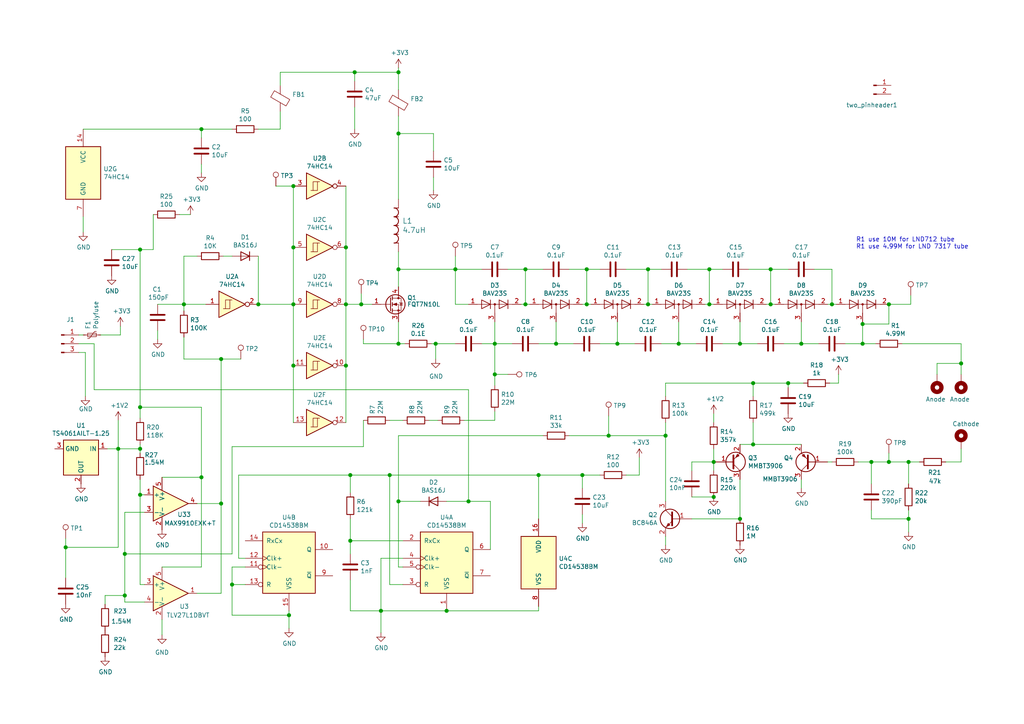
<source format=kicad_sch>
(kicad_sch (version 20210406) (generator eeschema)
  (paper "A4")
  (title_block (title "SafePulse High Voltage Geiger Muller Power Supply") (date "2021-05-19") (rev "1.2.2") (company "SafeCast Team") (comment 1 "Double Sided Version") (comment 2 "contact: Allan Lind allan@safecast.org and Rob Oudendijk rob@safecast.org"))
  (lib_symbols
    (symbol "2021-01-06_02-33-04:NRS6020T2R2NMGJ" (pin_numbers hide) (pin_names (offset 1.651) hide)
      (property "Reference" "L" (at 6.985 5.08 0))
      (property "Value" "NRS6020T2R2NMGJ" (at 6.985 -5.715 0))
      (symbol "NRS6020T2R2NMGJ_1_1"
        (pin unspecified line (at 15.24 0 180) (length 2.54) (name "1") (number "1"))
        (pin unspecified line (at 0 0 0) (length 2.54) (name "2") (number "2"))
      )
    )
    (symbol "4xxx:4538" (pin_names (offset 1.016))
      (property "Reference" "U" (at -7.62 8.89 0))
      (property "Value" "4538" (at -7.62 -11.43 0))
      (symbol "4538_1_0"
        (pin power_in line (at 0 -15.24 90) (length 5.08) (name "VSS") (number "1"))
        (pin input line (at -12.7 5.08 0) (length 5.08) (name "RxCx") (number "2"))
        (pin input inverted (at -12.7 -7.62 0) (length 5.08) (name "R") (number "3"))
        (pin input clock (at -12.7 0 0) (length 5.08) (name "Clk+") (number "4"))
        (pin input inverted_clock (at -12.7 -2.54 0) (length 5.08) (name "Clk-") (number "5"))
        (pin output line (at 12.7 2.54 180) (length 5.08) (name "Q") (number "6"))
        (pin output line (at 12.7 -5.08 180) (length 5.08) (name "~Q") (number "7"))
      )
      (symbol "4538_2_0"
        (pin output line (at 12.7 2.54 180) (length 5.08) (name "Q") (number "10"))
        (pin input inverted_clock (at -12.7 -2.54 0) (length 5.08) (name "Clk-") (number "11"))
        (pin input clock (at -12.7 0 0) (length 5.08) (name "Clk+") (number "12"))
        (pin input inverted (at -12.7 -7.62 0) (length 5.08) (name "R") (number "13"))
        (pin input line (at -12.7 5.08 0) (length 5.08) (name "RxCx") (number "14"))
        (pin power_in line (at 0 -15.24 90) (length 5.08) (name "VSS") (number "15"))
        (pin output line (at 12.7 -5.08 180) (length 5.08) (name "~Q") (number "9"))
      )
      (symbol "4538_3_0"
        (pin power_in line (at 0 12.7 270) (length 5.08) (name "VDD") (number "16"))
        (pin power_in line (at 0 -12.7 90) (length 5.08) (name "VSS") (number "8"))
      )
    )
    (symbol "74xx:74HC14" (pin_names (offset 1.016))
      (property "Reference" "U" (at 0 1.27 0))
      (property "Value" "74HC14" (at 0 -1.27 0))
      (symbol "74HC14_1_0"
        (pin input line (at -7.62 0 0) (length 3.81) (name "~") (number "1"))
        (pin output inverted (at 7.62 0 180) (length 3.81) (name "~") (number "2"))
      )
      (symbol "74HC14_2_0"
        (pin input line (at -7.62 0 0) (length 3.81) (name "~") (number "3"))
        (pin output inverted (at 7.62 0 180) (length 3.81) (name "~") (number "4"))
      )
      (symbol "74HC14_3_0"
        (pin input line (at -7.62 0 0) (length 3.81) (name "~") (number "5"))
        (pin output inverted (at 7.62 0 180) (length 3.81) (name "~") (number "6"))
      )
      (symbol "74HC14_4_0"
        (pin output inverted (at 7.62 0 180) (length 3.81) (name "~") (number "8"))
        (pin input line (at -7.62 0 0) (length 3.81) (name "~") (number "9"))
      )
      (symbol "74HC14_5_0"
        (pin output inverted (at 7.62 0 180) (length 3.81) (name "~") (number "10"))
        (pin input line (at -7.62 0 0) (length 3.81) (name "~") (number "11"))
      )
      (symbol "74HC14_6_0"
        (pin output inverted (at 7.62 0 180) (length 3.81) (name "~") (number "12"))
        (pin input line (at -7.62 0 0) (length 3.81) (name "~") (number "13"))
      )
      (symbol "74HC14_7_0"
        (pin power_in line (at 0 12.7 270) (length 5.08) (name "VCC") (number "14"))
        (pin power_in line (at 0 -12.7 90) (length 5.08) (name "GND") (number "7"))
      )
    )
    (symbol "Amplifier_Operational:MCP6L01Ux-xOT" (pin_names (offset 0.127))
      (property "Reference" "U" (at 0 7.62 0))
      (property "Value" "MCP6L01Ux-xOT" (at 0 5.08 0))
      (symbol "MCP6L01Ux-xOT_1_1"
        (pin input line (at -7.62 2.54 0) (length 2.54) (name "+") (number "1"))
        (pin power_in line (at -2.54 -7.62 90) (length 3.81) (name "V-") (number "2"))
        (pin input line (at -7.62 -2.54 0) (length 2.54) (name "-") (number "3"))
        (pin output line (at 7.62 0 180) (length 2.54) (name "~") (number "4"))
        (pin power_in line (at -2.54 7.62 270) (length 3.81) (name "V+") (number "5"))
      )
    )
    (symbol "Amplifier_Operational:TLV2371DBV" (pin_names (offset 0.127))
      (property "Reference" "U" (at -1.27 6.35 0))
      (property "Value" "TLV2371DBV" (at -1.27 3.81 0))
      (symbol "TLV2371DBV_0_1"
        (pin power_in line (at -2.54 -7.62 90) (length 3.81) (name "V-") (number "2"))
        (pin power_in line (at -2.54 7.62 270) (length 3.81) (name "V+") (number "5"))
      )
      (symbol "TLV2371DBV_1_1"
        (pin output line (at 7.62 0 180) (length 2.54) (name "~") (number "1"))
        (pin input line (at -7.62 2.54 0) (length 2.54) (name "+") (number "3"))
        (pin input line (at -7.62 -2.54 0) (length 2.54) (name "-") (number "4"))
      )
    )
    (symbol "Connector:Conn_01x02_Male" (pin_names (offset 1.016) hide)
      (property "Reference" "J" (at 0 2.54 0))
      (property "Value" "Conn_01x02_Male" (at 0 -5.08 0))
      (symbol "Conn_01x02_Male_1_1"
        (pin passive line (at 5.08 0 180) (length 3.81) (name "Pin_1") (number "1"))
        (pin passive line (at 5.08 -2.54 180) (length 3.81) (name "Pin_2") (number "2"))
      )
    )
    (symbol "Connector:Conn_01x03_Male" (pin_names (offset 1.016) hide)
      (property "Reference" "J" (at 0 5.08 0))
      (property "Value" "Conn_01x03_Male" (at 0 -5.08 0))
      (symbol "Conn_01x03_Male_1_1"
        (pin passive line (at 5.08 2.54 180) (length 3.81) (name "Pin_1") (number "1"))
        (pin passive line (at 5.08 0 180) (length 3.81) (name "Pin_2") (number "2"))
        (pin passive line (at 5.08 -2.54 180) (length 3.81) (name "Pin_3") (number "3"))
      )
    )
    (symbol "Connector:TestPoint" (pin_numbers hide) (pin_names (offset 0.762) hide)
      (property "Reference" "TP" (at 0 6.858 0))
      (property "Value" "TestPoint" (at 0 5.08 0))
      (symbol "TestPoint_1_1"
        (pin passive line (at 0 0 90) (length 2.54) (name "1") (number "1"))
      )
    )
    (symbol "Device:C" (pin_numbers hide) (pin_names (offset 0.254))
      (property "Reference" "C" (at 0.635 2.54 0))
      (property "Value" "C" (at 0.635 -2.54 0))
      (symbol "C_1_1"
        (pin passive line (at 0 3.81 270) (length 2.794) (name "~") (number "1"))
        (pin passive line (at 0 -3.81 90) (length 2.794) (name "~") (number "2"))
      )
    )
    (symbol "Device:Ferrite_Bead" (pin_numbers hide) (pin_names (offset 0))
      (property "Reference" "FB" (at -3.81 0.635 90))
      (property "Value" "Ferrite_Bead" (at 3.81 0 90))
      (symbol "Ferrite_Bead_1_1"
        (pin passive line (at 0 3.81 270) (length 2.54) (name "~") (number "1"))
        (pin passive line (at 0 -3.81 90) (length 2.54) (name "~") (number "2"))
      )
    )
    (symbol "Device:Polyfuse_Small" (pin_numbers hide) (pin_names (offset 0))
      (property "Reference" "F" (at -1.905 0 90))
      (property "Value" "Polyfuse_Small" (at 1.905 0 90))
      (symbol "Polyfuse_Small_1_1"
        (pin passive line (at 0 2.54 270) (length 0.635) (name "~") (number "1"))
        (pin passive line (at 0 -2.54 90) (length 0.635) (name "~") (number "2"))
      )
    )
    (symbol "Device:R" (pin_numbers hide) (pin_names (offset 0))
      (property "Reference" "R" (at 2.032 0 90))
      (property "Value" "R" (at 0 0 90))
      (symbol "R_1_1"
        (pin passive line (at 0 3.81 270) (length 1.27) (name "~") (number "1"))
        (pin passive line (at 0 -3.81 90) (length 1.27) (name "~") (number "2"))
      )
    )
    (symbol "Diode:1N4148W" (pin_numbers hide) (pin_names (offset 1.016) hide)
      (property "Reference" "D" (at 0 2.54 0))
      (property "Value" "1N4148W" (at 0 -2.54 0))
      (symbol "1N4148W_1_1"
        (pin passive line (at -3.81 0 0) (length 2.54) (name "K") (number "1"))
        (pin passive line (at 3.81 0 180) (length 2.54) (name "A") (number "2"))
      )
    )
    (symbol "Diode:BAV99" (pin_names hide)
      (property "Reference" "D" (at 0 5.08 0))
      (property "Value" "BAV99" (at 0 2.54 0))
      (symbol "BAV99_1_1"
        (pin passive line (at -7.62 0 0) (length 2.54) (name "K") (number "1"))
        (pin passive line (at 7.62 0 180) (length 2.54) (name "A") (number "2"))
        (pin passive line (at 0 -5.08 90) (length 2.54) (name "K") (number "3"))
      )
    )
    (symbol "Mechanical:MountingHole_Pad" (pin_numbers hide) (pin_names (offset 1.016) hide)
      (property "Reference" "H" (at 0 6.35 0))
      (property "Value" "MountingHole_Pad" (at 0 4.445 0))
      (symbol "MountingHole_Pad_1_1"
        (pin input line (at 0 -2.54 90) (length 2.54) (name "1") (number "1"))
      )
    )
    (symbol "Reference_Voltage:MAX6035xxUR30"
      (property "Reference" "U" (at 0 6.35 0))
      (property "Value" "MAX6035xxUR30" (at 2.54 -6.35 0))
      (symbol "MAX6035xxUR30_1_1"
        (pin power_in line (at -2.54 7.62 270) (length 2.54) (name "IN") (number "1"))
        (pin power_out line (at 7.62 0 180) (length 2.54) (name "OUT") (number "2"))
        (pin power_in line (at -2.54 -7.62 90) (length 2.54) (name "GND") (number "3"))
      )
    )
    (symbol "Transistor_BJT:BC846" (pin_names (offset 0) hide)
      (property "Reference" "Q" (at 5.08 1.905 0))
      (property "Value" "BC846" (at 5.08 0 0))
      (symbol "BC846_1_1"
        (pin input line (at -5.08 0 0) (length 5.715) (name "B") (number "1"))
        (pin passive line (at 2.54 -5.08 90) (length 2.54) (name "E") (number "2"))
        (pin passive line (at 2.54 5.08 270) (length 2.54) (name "C") (number "3"))
      )
    )
    (symbol "Transistor_BJT:MMBT3906" (pin_names (offset 0) hide)
      (property "Reference" "Q" (at 5.08 1.905 0))
      (property "Value" "MMBT3906" (at 5.08 0 0))
      (symbol "MMBT3906_1_1"
        (pin input line (at -5.08 0 0) (length 5.715) (name "B") (number "1"))
        (pin passive line (at 2.54 -5.08 90) (length 2.54) (name "E") (number "2"))
        (pin passive line (at 2.54 5.08 270) (length 2.54) (name "C") (number "3"))
      )
    )
    (symbol "Transistor_FET:IRF6655" (pin_names hide)
      (property "Reference" "Q" (at 5.08 1.905 0))
      (property "Value" "IRF6655" (at 5.08 0 0))
      (symbol "IRF6655_1_1"
        (pin input line (at -5.08 0 0) (length 2.54) (name "G") (number "1"))
        (pin passive line (at 2.54 -5.08 90) (length 2.54) (name "S") (number "3"))
        (pin passive line (at 2.54 5.08 270) (length 2.54) (name "D") (number "4"))
      )
    )
    (symbol "power:+1V2" (power) (pin_names (offset 0))
      (property "Value" "+1V2" (at 0 3.556 0))
      (symbol "+1V2_1_1"
        (pin power_in line (at 0 0 90) (length 0) hide (name "+1V2") (number "1"))
      )
    )
    (symbol "power:+3.3V" (power) (pin_names (offset 0))
      (property "Value" "+3.3V" (at 0 3.556 0))
      (symbol "+3.3V_1_1"
        (pin power_in line (at 0 0 90) (length 0) hide (name "+3V3") (number "1"))
      )
    )
    (symbol "power:+3V3" (power) (pin_names (offset 0))
      (property "Value" "+3V3" (at 0 3.556 0))
      (symbol "+3V3_1_1"
        (pin power_in line (at 0 0 90) (length 0) hide (name "+3V3") (number "1"))
      )
    )
    (symbol "power:GND" (power) (pin_names (offset 0))
      (property "Value" "GND" (at 0 -3.81 0))
      (symbol "GND_1_1"
        (pin power_in line (at 0 0 270) (length 0) hide (name "GND") (number "1"))
      )
    )
  )
  (junction (at 19.05 158.75) (diameter 1.016))
  (junction (at 34.29 130.175) (diameter 1.016))
  (junction (at 36.195 160.655) (diameter 1.016))
  (junction (at 36.195 172.72) (diameter 1.016))
  (junction (at 40.64 72.39) (diameter 1.016))
  (junction (at 40.64 118.11) (diameter 1.016))
  (junction (at 40.64 130.175) (diameter 1.016))
  (junction (at 40.64 143.51) (diameter 1.016))
  (junction (at 53.34 88.265) (diameter 1.016))
  (junction (at 58.42 37.465) (diameter 1.016))
  (junction (at 58.42 138.43) (diameter 1.016))
  (junction (at 64.135 104.14) (diameter 1.016))
  (junction (at 64.135 146.05) (diameter 1.016))
  (junction (at 67.31 169.545) (diameter 1.016))
  (junction (at 74.93 88.265) (diameter 1.016))
  (junction (at 83.82 178.435) (diameter 1.016))
  (junction (at 85.09 53.975) (diameter 1.016))
  (junction (at 85.09 71.755) (diameter 1.016))
  (junction (at 85.09 88.265) (diameter 1.016))
  (junction (at 85.09 106.045) (diameter 1.016))
  (junction (at 100.33 71.755) (diameter 1.016))
  (junction (at 100.33 88.265) (diameter 1.016))
  (junction (at 100.33 106.045) (diameter 1.016))
  (junction (at 101.6 137.795) (diameter 1.016))
  (junction (at 101.6 156.845) (diameter 1.016))
  (junction (at 102.87 20.955) (diameter 1.016))
  (junction (at 104.775 88.265) (diameter 1.016))
  (junction (at 110.49 177.165) (diameter 1.016))
  (junction (at 113.03 137.795) (diameter 1.016))
  (junction (at 115.57 20.955) (diameter 1.016))
  (junction (at 115.57 38.735) (diameter 1.016))
  (junction (at 115.57 78.105) (diameter 1.016))
  (junction (at 115.57 99.695) (diameter 1.016))
  (junction (at 115.57 145.415) (diameter 1.016))
  (junction (at 126.365 99.695) (diameter 1.016))
  (junction (at 129.54 177.165) (diameter 1.016))
  (junction (at 132.08 78.105) (diameter 1.016))
  (junction (at 135.89 145.415) (diameter 1.016))
  (junction (at 143.51 99.695) (diameter 1.016))
  (junction (at 143.51 108.585) (diameter 1.016))
  (junction (at 152.4 78.105) (diameter 1.016))
  (junction (at 152.4 88.265) (diameter 1.016))
  (junction (at 156.21 137.795) (diameter 1.016))
  (junction (at 161.29 99.695) (diameter 1.016))
  (junction (at 168.91 137.795) (diameter 1.016))
  (junction (at 170.18 78.105) (diameter 1.016))
  (junction (at 170.18 88.265) (diameter 1.016))
  (junction (at 176.53 126.365) (diameter 1.016))
  (junction (at 179.07 99.695) (diameter 1.016))
  (junction (at 187.96 78.105) (diameter 1.016))
  (junction (at 187.96 88.265) (diameter 1.016))
  (junction (at 193.04 126.365) (diameter 1.016))
  (junction (at 196.85 99.695) (diameter 1.016))
  (junction (at 205.74 78.105) (diameter 1.016))
  (junction (at 205.74 88.265) (diameter 1.016))
  (junction (at 207.01 133.985) (diameter 1.016))
  (junction (at 207.01 144.145) (diameter 1.016))
  (junction (at 214.63 99.695) (diameter 1.016))
  (junction (at 214.63 150.495) (diameter 1.016))
  (junction (at 218.44 111.125) (diameter 1.016))
  (junction (at 218.44 128.905) (diameter 1.016))
  (junction (at 223.52 78.105) (diameter 1.016))
  (junction (at 223.52 88.265) (diameter 1.016))
  (junction (at 228.6 111.125) (diameter 1.016))
  (junction (at 232.41 99.695) (diameter 1.016))
  (junction (at 241.3 88.265) (diameter 1.016))
  (junction (at 250.19 93.98) (diameter 1.016))
  (junction (at 250.19 99.695) (diameter 1.016))
  (junction (at 252.73 133.985) (diameter 1.016))
  (junction (at 257.81 88.265) (diameter 1.016))
  (junction (at 257.81 133.985) (diameter 1.016))
  (junction (at 263.525 133.985) (diameter 1.016))
  (junction (at 263.525 150.495) (diameter 1.016))
  (junction (at 278.765 105.41) (diameter 1.016))
  (wire (pts (xy 19.05 156.21) (xy 19.05 158.75)))
  (wire (pts (xy 19.05 158.75) (xy 19.05 167.64)))
  (wire (pts (xy 19.05 158.75) (xy 34.29 158.75)))
  (wire (pts (xy 22.86 97.155) (xy 24.13 97.155)))
  (wire (pts (xy 22.86 99.695) (xy 27.305 99.695)))
  (wire (pts (xy 22.86 102.235) (xy 24.765 102.235)))
  (wire (pts (xy 24.13 37.465) (xy 58.42 37.465)))
  (wire (pts (xy 24.13 62.865) (xy 24.13 67.31)))
  (wire (pts (xy 24.765 102.235) (xy 24.765 114.935)))
  (wire (pts (xy 27.305 99.695) (xy 27.305 113.03)))
  (wire (pts (xy 27.305 113.03) (xy 135.89 113.03)))
  (wire (pts (xy 29.21 97.155) (xy 34.925 97.155)))
  (wire (pts (xy 30.48 172.72) (xy 30.48 175.26)))
  (wire (pts (xy 31.115 130.175) (xy 34.29 130.175)))
  (wire (pts (xy 32.385 72.39) (xy 40.64 72.39)))
  (wire (pts (xy 34.29 121.92) (xy 34.29 130.175)))
  (wire (pts (xy 34.29 130.175) (xy 40.64 130.175)))
  (wire (pts (xy 34.29 158.75) (xy 34.29 130.175)))
  (wire (pts (xy 34.925 97.155) (xy 34.925 94.615)))
  (wire (pts (xy 36.195 148.59) (xy 41.91 148.59)))
  (wire (pts (xy 36.195 160.655) (xy 36.195 148.59)))
  (wire (pts (xy 36.195 160.655) (xy 36.195 172.72)))
  (wire (pts (xy 36.195 172.72) (xy 30.48 172.72)))
  (wire (pts (xy 36.195 174.625) (xy 36.195 172.72)))
  (wire (pts (xy 40.64 72.39) (xy 40.64 118.11)))
  (wire (pts (xy 40.64 72.39) (xy 44.45 72.39)))
  (wire (pts (xy 40.64 118.11) (xy 40.64 121.285)))
  (wire (pts (xy 40.64 128.905) (xy 40.64 130.175)))
  (wire (pts (xy 40.64 130.175) (xy 40.64 131.445)))
  (wire (pts (xy 40.64 139.065) (xy 40.64 143.51)))
  (wire (pts (xy 40.64 143.51) (xy 40.64 169.545)))
  (wire (pts (xy 40.64 169.545) (xy 41.91 169.545)))
  (wire (pts (xy 41.91 143.51) (xy 40.64 143.51)))
  (wire (pts (xy 41.91 174.625) (xy 36.195 174.625)))
  (wire (pts (xy 44.45 72.39) (xy 44.45 62.23)))
  (wire (pts (xy 45.72 88.265) (xy 53.34 88.265)))
  (wire (pts (xy 45.72 95.885) (xy 45.72 98.425)))
  (wire (pts (xy 46.99 138.43) (xy 58.42 138.43)))
  (wire (pts (xy 46.99 164.465) (xy 58.42 164.465)))
  (wire (pts (xy 46.99 179.705) (xy 46.99 184.15)))
  (wire (pts (xy 52.07 62.23) (xy 55.245 62.23)))
  (wire (pts (xy 53.34 74.295) (xy 53.34 88.265)))
  (wire (pts (xy 53.34 74.295) (xy 57.15 74.295)))
  (wire (pts (xy 53.34 88.265) (xy 53.34 90.17)))
  (wire (pts (xy 53.34 88.265) (xy 59.69 88.265)))
  (wire (pts (xy 53.34 97.79) (xy 53.34 104.14)))
  (wire (pts (xy 53.34 104.14) (xy 64.135 104.14)))
  (wire (pts (xy 57.15 146.05) (xy 64.135 146.05)))
  (wire (pts (xy 58.42 40.005) (xy 58.42 37.465)))
  (wire (pts (xy 58.42 50.165) (xy 58.42 47.625)))
  (wire (pts (xy 58.42 118.11) (xy 40.64 118.11)))
  (wire (pts (xy 58.42 118.11) (xy 58.42 138.43)))
  (wire (pts (xy 58.42 164.465) (xy 58.42 138.43)))
  (wire (pts (xy 64.135 104.14) (xy 64.135 146.05)))
  (wire (pts (xy 64.135 104.14) (xy 69.85 104.14)))
  (wire (pts (xy 64.135 146.05) (xy 64.135 172.085)))
  (wire (pts (xy 64.135 172.085) (xy 57.15 172.085)))
  (wire (pts (xy 64.77 74.295) (xy 67.31 74.295)))
  (wire (pts (xy 67.31 37.465) (xy 58.42 37.465)))
  (wire (pts (xy 67.31 129.54) (xy 105.41 129.54)))
  (wire (pts (xy 67.31 160.655) (xy 36.195 160.655)))
  (wire (pts (xy 67.31 160.655) (xy 67.31 129.54)))
  (wire (pts (xy 67.31 164.465) (xy 67.31 169.545)))
  (wire (pts (xy 67.31 169.545) (xy 67.31 178.435)))
  (wire (pts (xy 67.31 178.435) (xy 83.82 178.435)))
  (wire (pts (xy 69.215 137.795) (xy 101.6 137.795)))
  (wire (pts (xy 69.215 161.925) (xy 69.215 137.795)))
  (wire (pts (xy 71.12 161.925) (xy 69.215 161.925)))
  (wire (pts (xy 71.12 164.465) (xy 67.31 164.465)))
  (wire (pts (xy 71.12 169.545) (xy 67.31 169.545)))
  (wire (pts (xy 74.93 37.465) (xy 81.28 37.465)))
  (wire (pts (xy 74.93 74.295) (xy 74.93 88.265)))
  (wire (pts (xy 74.93 88.265) (xy 85.09 88.265)))
  (wire (pts (xy 80.01 53.975) (xy 85.09 53.975)))
  (wire (pts (xy 81.28 20.955) (xy 102.87 20.955)))
  (wire (pts (xy 81.28 24.765) (xy 81.28 20.955)))
  (wire (pts (xy 81.28 37.465) (xy 81.28 32.385)))
  (wire (pts (xy 83.82 178.435) (xy 83.82 177.165)))
  (wire (pts (xy 83.82 182.245) (xy 83.82 178.435)))
  (wire (pts (xy 85.09 53.975) (xy 85.09 71.755)))
  (wire (pts (xy 85.09 71.755) (xy 85.09 88.265)))
  (wire (pts (xy 85.09 106.045) (xy 85.09 88.265)))
  (wire (pts (xy 85.09 106.045) (xy 85.09 122.555)))
  (wire (pts (xy 100.33 53.975) (xy 100.33 71.755)))
  (wire (pts (xy 100.33 71.755) (xy 100.33 88.265)))
  (wire (pts (xy 100.33 88.265) (xy 100.33 106.045)))
  (wire (pts (xy 100.33 88.265) (xy 104.775 88.265)))
  (wire (pts (xy 100.33 106.045) (xy 100.33 122.555)))
  (wire (pts (xy 101.6 142.875) (xy 101.6 137.795)))
  (wire (pts (xy 101.6 150.495) (xy 101.6 156.845)))
  (wire (pts (xy 101.6 156.845) (xy 101.6 160.655)))
  (wire (pts (xy 101.6 168.275) (xy 101.6 177.165)))
  (wire (pts (xy 101.6 177.165) (xy 110.49 177.165)))
  (wire (pts (xy 102.87 20.955) (xy 115.57 20.955)))
  (wire (pts (xy 102.87 23.495) (xy 102.87 20.955)))
  (wire (pts (xy 102.87 31.115) (xy 102.87 37.465)))
  (wire (pts (xy 104.775 85.09) (xy 104.775 88.265)))
  (wire (pts (xy 104.775 88.265) (xy 107.95 88.265)))
  (wire (pts (xy 105.41 98.425) (xy 105.41 99.695)))
  (wire (pts (xy 105.41 99.695) (xy 115.57 99.695)))
  (wire (pts (xy 105.41 121.92) (xy 105.41 129.54)))
  (wire (pts (xy 110.49 161.925) (xy 110.49 177.165)))
  (wire (pts (xy 110.49 177.165) (xy 110.49 183.515)))
  (wire (pts (xy 110.49 177.165) (xy 129.54 177.165)))
  (wire (pts (xy 113.03 121.92) (xy 116.84 121.92)))
  (wire (pts (xy 113.03 137.795) (xy 101.6 137.795)))
  (wire (pts (xy 113.03 137.795) (xy 156.21 137.795)))
  (wire (pts (xy 113.03 169.545) (xy 113.03 137.795)))
  (wire (pts (xy 115.57 20.955) (xy 115.57 19.685)))
  (wire (pts (xy 115.57 26.035) (xy 115.57 20.955)))
  (wire (pts (xy 115.57 33.655) (xy 115.57 38.735)))
  (wire (pts (xy 115.57 38.735) (xy 115.57 57.785)))
  (wire (pts (xy 115.57 73.025) (xy 115.57 78.105)))
  (wire (pts (xy 115.57 78.105) (xy 132.08 78.105)))
  (wire (pts (xy 115.57 83.185) (xy 115.57 78.105)))
  (wire (pts (xy 115.57 93.345) (xy 115.57 99.695)))
  (wire (pts (xy 115.57 126.365) (xy 157.48 126.365)))
  (wire (pts (xy 115.57 145.415) (xy 115.57 126.365)))
  (wire (pts (xy 115.57 145.415) (xy 121.92 145.415)))
  (wire (pts (xy 115.57 164.465) (xy 115.57 145.415)))
  (wire (pts (xy 116.84 156.845) (xy 101.6 156.845)))
  (wire (pts (xy 116.84 161.925) (xy 110.49 161.925)))
  (wire (pts (xy 116.84 164.465) (xy 115.57 164.465)))
  (wire (pts (xy 116.84 169.545) (xy 113.03 169.545)))
  (wire (pts (xy 117.475 99.695) (xy 115.57 99.695)))
  (wire (pts (xy 124.46 121.92) (xy 127 121.92)))
  (wire (pts (xy 125.095 99.695) (xy 126.365 99.695)))
  (wire (pts (xy 125.73 38.735) (xy 115.57 38.735)))
  (wire (pts (xy 125.73 43.815) (xy 125.73 38.735)))
  (wire (pts (xy 125.73 55.245) (xy 125.73 51.435)))
  (wire (pts (xy 126.365 99.695) (xy 132.08 99.695)))
  (wire (pts (xy 126.365 104.14) (xy 126.365 99.695)))
  (wire (pts (xy 129.54 145.415) (xy 135.89 145.415)))
  (wire (pts (xy 129.54 177.165) (xy 156.21 177.165)))
  (wire (pts (xy 132.08 74.295) (xy 132.08 78.105)))
  (wire (pts (xy 132.08 78.105) (xy 132.08 88.265)))
  (wire (pts (xy 135.89 88.265) (xy 132.08 88.265)))
  (wire (pts (xy 135.89 113.03) (xy 135.89 145.415)))
  (wire (pts (xy 135.89 145.415) (xy 142.24 145.415)))
  (wire (pts (xy 139.7 78.105) (xy 132.08 78.105)))
  (wire (pts (xy 139.7 99.695) (xy 143.51 99.695)))
  (wire (pts (xy 142.24 145.415) (xy 142.24 159.385)))
  (wire (pts (xy 143.51 93.345) (xy 143.51 99.695)))
  (wire (pts (xy 143.51 99.695) (xy 143.51 108.585)))
  (wire (pts (xy 143.51 99.695) (xy 148.59 99.695)))
  (wire (pts (xy 143.51 108.585) (xy 143.51 111.76)))
  (wire (pts (xy 143.51 108.585) (xy 147.32 108.585)))
  (wire (pts (xy 143.51 119.38) (xy 143.51 121.92)))
  (wire (pts (xy 143.51 121.92) (xy 134.62 121.92)))
  (wire (pts (xy 151.13 88.265) (xy 152.4 88.265)))
  (wire (pts (xy 152.4 78.105) (xy 147.32 78.105)))
  (wire (pts (xy 152.4 88.265) (xy 152.4 78.105)))
  (wire (pts (xy 152.4 88.265) (xy 153.67 88.265)))
  (wire (pts (xy 156.21 99.695) (xy 161.29 99.695)))
  (wire (pts (xy 156.21 137.795) (xy 168.91 137.795)))
  (wire (pts (xy 156.21 150.495) (xy 156.21 137.795)))
  (wire (pts (xy 156.21 177.165) (xy 156.21 175.895)))
  (wire (pts (xy 157.48 78.105) (xy 152.4 78.105)))
  (wire (pts (xy 161.29 93.345) (xy 161.29 99.695)))
  (wire (pts (xy 161.29 99.695) (xy 166.37 99.695)))
  (wire (pts (xy 165.1 78.105) (xy 170.18 78.105)))
  (wire (pts (xy 165.1 126.365) (xy 176.53 126.365)))
  (wire (pts (xy 168.91 88.265) (xy 170.18 88.265)))
  (wire (pts (xy 168.91 137.795) (xy 173.99 137.795)))
  (wire (pts (xy 168.91 141.605) (xy 168.91 137.795)))
  (wire (pts (xy 168.91 149.225) (xy 168.91 151.765)))
  (wire (pts (xy 170.18 78.105) (xy 173.99 78.105)))
  (wire (pts (xy 170.18 88.265) (xy 170.18 78.105)))
  (wire (pts (xy 170.18 88.265) (xy 171.45 88.265)))
  (wire (pts (xy 173.99 99.695) (xy 179.07 99.695)))
  (wire (pts (xy 176.53 120.65) (xy 176.53 126.365)))
  (wire (pts (xy 176.53 126.365) (xy 193.04 126.365)))
  (wire (pts (xy 179.07 93.345) (xy 179.07 99.695)))
  (wire (pts (xy 179.07 99.695) (xy 184.15 99.695)))
  (wire (pts (xy 181.61 78.105) (xy 187.96 78.105)))
  (wire (pts (xy 181.61 137.795) (xy 185.42 137.795)))
  (wire (pts (xy 185.42 137.795) (xy 185.42 132.715)))
  (wire (pts (xy 186.69 88.265) (xy 187.96 88.265)))
  (wire (pts (xy 187.96 78.105) (xy 191.77 78.105)))
  (wire (pts (xy 187.96 88.265) (xy 187.96 78.105)))
  (wire (pts (xy 187.96 88.265) (xy 189.23 88.265)))
  (wire (pts (xy 191.77 99.695) (xy 196.85 99.695)))
  (wire (pts (xy 193.04 111.125) (xy 193.04 114.935)))
  (wire (pts (xy 193.04 111.125) (xy 218.44 111.125)))
  (wire (pts (xy 193.04 122.555) (xy 193.04 126.365)))
  (wire (pts (xy 193.04 126.365) (xy 193.04 145.415)))
  (wire (pts (xy 193.04 158.115) (xy 193.04 155.575)))
  (wire (pts (xy 196.85 93.345) (xy 196.85 99.695)))
  (wire (pts (xy 196.85 99.695) (xy 201.93 99.695)))
  (wire (pts (xy 199.39 78.105) (xy 205.74 78.105)))
  (wire (pts (xy 200.66 133.985) (xy 207.01 133.985)))
  (wire (pts (xy 200.66 136.525) (xy 200.66 133.985)))
  (wire (pts (xy 200.66 144.145) (xy 207.01 144.145)))
  (wire (pts (xy 200.66 150.495) (xy 214.63 150.495)))
  (wire (pts (xy 204.47 88.265) (xy 205.74 88.265)))
  (wire (pts (xy 205.74 78.105) (xy 209.55 78.105)))
  (wire (pts (xy 205.74 88.265) (xy 205.74 78.105)))
  (wire (pts (xy 205.74 88.265) (xy 207.01 88.265)))
  (wire (pts (xy 207.01 120.015) (xy 207.01 122.555)))
  (wire (pts (xy 207.01 130.175) (xy 207.01 133.985)))
  (wire (pts (xy 207.01 133.985) (xy 207.01 136.525)))
  (wire (pts (xy 209.55 99.695) (xy 214.63 99.695)))
  (wire (pts (xy 214.63 93.345) (xy 214.63 99.695)))
  (wire (pts (xy 214.63 99.695) (xy 219.71 99.695)))
  (wire (pts (xy 214.63 128.905) (xy 218.44 128.905)))
  (wire (pts (xy 214.63 139.065) (xy 214.63 150.495)))
  (wire (pts (xy 217.17 78.105) (xy 223.52 78.105)))
  (wire (pts (xy 218.44 111.125) (xy 218.44 114.935)))
  (wire (pts (xy 218.44 111.125) (xy 228.6 111.125)))
  (wire (pts (xy 218.44 122.555) (xy 218.44 128.905)))
  (wire (pts (xy 218.44 128.905) (xy 232.41 128.905)))
  (wire (pts (xy 222.25 88.265) (xy 223.52 88.265)))
  (wire (pts (xy 223.52 78.105) (xy 228.6 78.105)))
  (wire (pts (xy 223.52 88.265) (xy 223.52 78.105)))
  (wire (pts (xy 223.52 88.265) (xy 224.79 88.265)))
  (wire (pts (xy 227.33 99.695) (xy 232.41 99.695)))
  (wire (pts (xy 228.6 111.125) (xy 228.6 112.395)))
  (wire (pts (xy 228.6 111.125) (xy 233.045 111.125)))
  (wire (pts (xy 232.41 93.345) (xy 232.41 99.695)))
  (wire (pts (xy 232.41 99.695) (xy 237.49 99.695)))
  (wire (pts (xy 232.41 141.605) (xy 232.41 139.065)))
  (wire (pts (xy 236.22 78.105) (xy 241.3 78.105)))
  (wire (pts (xy 240.03 88.265) (xy 241.3 88.265)))
  (wire (pts (xy 240.03 133.985) (xy 241.3 133.985)))
  (wire (pts (xy 240.665 111.125) (xy 243.205 111.125)))
  (wire (pts (xy 241.3 78.105) (xy 241.3 88.265)))
  (wire (pts (xy 241.3 88.265) (xy 242.57 88.265)))
  (wire (pts (xy 243.205 111.125) (xy 243.205 108.585)))
  (wire (pts (xy 245.11 99.695) (xy 250.19 99.695)))
  (wire (pts (xy 248.92 133.985) (xy 252.73 133.985)))
  (wire (pts (xy 250.19 93.345) (xy 250.19 93.98)))
  (wire (pts (xy 250.19 93.98) (xy 250.19 99.695)))
  (wire (pts (xy 250.19 93.98) (xy 257.81 93.98)))
  (wire (pts (xy 250.19 99.695) (xy 254 99.695)))
  (wire (pts (xy 252.73 133.985) (xy 252.73 140.335)))
  (wire (pts (xy 252.73 133.985) (xy 257.81 133.985)))
  (wire (pts (xy 252.73 147.955) (xy 252.73 150.495)))
  (wire (pts (xy 252.73 150.495) (xy 263.525 150.495)))
  (wire (pts (xy 257.81 88.265) (xy 264.16 88.265)))
  (wire (pts (xy 257.81 93.98) (xy 257.81 88.265)))
  (wire (pts (xy 257.81 131.445) (xy 257.81 133.985)))
  (wire (pts (xy 257.81 133.985) (xy 263.525 133.985)))
  (wire (pts (xy 261.62 99.695) (xy 278.765 99.695)))
  (wire (pts (xy 263.525 133.985) (xy 263.525 140.335)))
  (wire (pts (xy 263.525 133.985) (xy 266.7 133.985)))
  (wire (pts (xy 263.525 147.955) (xy 263.525 150.495)))
  (wire (pts (xy 263.525 150.495) (xy 263.525 154.305)))
  (wire (pts (xy 264.16 88.265) (xy 264.16 85.725)))
  (wire (pts (xy 271.78 105.41) (xy 278.765 105.41)))
  (wire (pts (xy 271.78 108.585) (xy 271.78 105.41)))
  (wire (pts (xy 274.32 133.985) (xy 278.765 133.985)))
  (wire (pts (xy 278.765 99.695) (xy 278.765 105.41)))
  (wire (pts (xy 278.765 105.41) (xy 278.765 108.585)))
  (wire (pts (xy 278.765 133.985) (xy 278.765 130.175)))
  (text "R1 use 10M for LND712 tube\nR1 use 4.99M for LND 7317 tube" (at 248.285 72.39 0) (effects (font (size 1.27 1.27)) (justify left bottom)))
  (symbol (lib_id "power:+1V2") (at 34.29 121.92 0) (unit 1)
    (property "Reference" "#PWR0103" (effects hide))
    (property "Value" "+1V2" (at 34.6583 117.5956 0))
  )
  (symbol (lib_id "power:+3.3V") (at 34.925 94.615 0) (unit 1)
    (property "Reference" "#PWR04" (effects hide))
    (property "Value" "+3.3V" (at 35.306 90.2208 0))
  )
  (symbol (lib_id "power:+3.3V") (at 55.245 62.23 0) (unit 1)
    (property "Reference" "#PWR0102" (effects hide))
    (property "Value" "+3.3V" (at 55.626 57.8358 0))
  )
  (symbol (lib_id "power:+3.3V") (at 115.57 19.685 0) (unit 1)
    (property "Reference" "#PWR013" (effects hide))
    (property "Value" "+3.3V" (at 115.951 15.2908 0))
  )
  (symbol (lib_id "power:+3.3V") (at 185.42 132.715 0) (unit 1)
    (property "Reference" "#PWR017" (effects hide))
    (property "Value" "+3.3V" (at 185.801 128.3208 0))
  )
  (symbol (lib_id "power:+1V2") (at 207.01 120.015 0) (unit 1)
    (property "Reference" "#PWR0104" (effects hide))
    (property "Value" "+1V2" (at 207.3783 115.6906 0))
  )
  (symbol (lib_id "power:+3V3") (at 243.205 108.585 0) (unit 1)
    (property "Reference" "#PWR024" (effects hide))
    (property "Value" "+3V3" (at 243.5733 104.2606 0))
  )
  (symbol (lib_id "Connector:TestPoint") (at 19.05 156.21 0) (unit 1) (in_bom no)
    (property "Reference" "TP1" (at 20.447 153.219 0) (effects (justify left)))
    (property "Value" "TestPoint" (effects hide))
    (property "Footprint" "TestPoint:TestPoint_Pad_1.0x1.0mm" (effects hide))
  )
  (symbol (lib_id "Connector:TestPoint") (at 69.85 104.14 0) (unit 1) (in_bom no)
    (property "Reference" "TP2" (at 71.247 101.149 0) (effects (justify left)))
    (property "Value" "TestPoint" (effects hide))
    (property "Footprint" "TestPoint:TestPoint_Pad_1.0x1.0mm" (effects hide))
  )
  (symbol (lib_id "Connector:TestPoint") (at 80.01 53.975 0) (unit 1) (in_bom no)
    (property "Reference" "TP3" (at 81.407 50.984 0) (effects (justify left)))
    (property "Value" "TestPoint" (effects hide))
    (property "Footprint" "TestPoint:TestPoint_Pad_1.0x1.0mm" (effects hide))
  )
  (symbol (lib_id "Connector:TestPoint") (at 104.775 85.09 0) (unit 1) (in_bom no)
    (property "Reference" "TP4" (at 106.172 82.099 0) (effects (justify left)))
    (property "Value" "TestPoint" (effects hide))
    (property "Footprint" "TestPoint:TestPoint_Pad_1.0x1.0mm" (effects hide))
  )
  (symbol (lib_id "Connector:TestPoint") (at 105.41 98.425 0) (unit 1) (in_bom no)
    (property "Reference" "TP10" (at 106.807 95.434 0) (effects (justify left)))
    (property "Value" "TestPoint" (effects hide))
    (property "Footprint" "TestPoint:TestPoint_Pad_1.0x1.0mm" (effects hide))
  )
  (symbol (lib_id "Connector:TestPoint") (at 132.08 74.295 0) (unit 1) (in_bom no)
    (property "Reference" "TP5" (at 133.477 71.304 0) (effects (justify left)))
    (property "Value" "TestPoint" (effects hide))
    (property "Footprint" "TestPoint:TestPoint_Pad_1.0x1.0mm" (effects hide))
  )
  (symbol (lib_id "Connector:TestPoint") (at 147.32 108.585 270) (unit 1) (in_bom no)
    (property "Reference" "TP6" (at 152.216 108.712 90) (effects (justify left)))
    (property "Value" "TestPoint" (effects hide))
    (property "Footprint" "TestPoint:TestPoint_Pad_1.0x1.0mm" (effects hide))
  )
  (symbol (lib_id "Connector:TestPoint") (at 176.53 120.65 0) (unit 1) (in_bom no)
    (property "Reference" "TP9" (at 177.927 117.659 0) (effects (justify left)))
    (property "Value" "TestPoint" (effects hide))
    (property "Footprint" "TestPoint:TestPoint_Pad_1.0x1.0mm" (effects hide))
  )
  (symbol (lib_id "Connector:TestPoint") (at 257.81 131.445 0) (unit 1) (in_bom no)
    (property "Reference" "TP8" (at 259.207 128.454 0) (effects (justify left)))
    (property "Value" "TestPoint" (effects hide))
    (property "Footprint" "TestPoint:TestPoint_Pad_1.0x1.0mm" (effects hide))
  )
  (symbol (lib_id "Connector:TestPoint") (at 264.16 85.725 0) (unit 1) (in_bom no)
    (property "Reference" "TP7" (at 265.557 82.734 0) (effects (justify left)))
    (property "Value" "TestPoint" (effects hide))
    (property "Footprint" "TestPoint:TestPoint_Pad_1.0x1.0mm" (effects hide))
  )
  (symbol (lib_id "power:GND") (at 19.05 175.26 0) (unit 1)
    (property "Reference" "#PWR0105" (effects hide))
    (property "Value" "GND" (at 19.177 179.6542 0))
  )
  (symbol (lib_id "power:GND") (at 23.495 140.335 0) (unit 1)
    (property "Reference" "#PWR01" (effects hide))
    (property "Value" "GND" (at 23.622 144.7292 0))
  )
  (symbol (lib_id "power:GND") (at 24.13 67.31 0) (unit 1)
    (property "Reference" "#PWR03" (effects hide))
    (property "Value" "GND" (at 24.257 71.7042 0))
  )
  (symbol (lib_id "power:GND") (at 24.765 114.935 0) (unit 1)
    (property "Reference" "#PWR05" (effects hide))
    (property "Value" "GND" (at 24.8793 118.6244 0))
  )
  (symbol (lib_id "power:GND") (at 30.48 190.5 0) (unit 1)
    (property "Reference" "#PWR02" (effects hide))
    (property "Value" "GND" (at 30.607 194.8942 0))
  )
  (symbol (lib_id "power:GND") (at 32.385 80.01 0) (unit 1)
    (property "Reference" "#PWR0101" (effects hide))
    (property "Value" "GND" (at 32.512 84.4042 0))
  )
  (symbol (lib_id "power:GND") (at 45.72 98.425 0) (unit 1)
    (property "Reference" "#PWR06" (effects hide))
    (property "Value" "GND" (at 45.847 102.8192 0))
  )
  (symbol (lib_id "power:GND") (at 46.99 153.67 0) (unit 1)
    (property "Reference" "#PWR0106" (effects hide))
    (property "Value" "GND" (at 47.117 158.0642 0))
  )
  (symbol (lib_id "power:GND") (at 46.99 184.15 0) (unit 1)
    (property "Reference" "#PWR0107" (effects hide))
    (property "Value" "GND" (at 46.99 189.23 0))
  )
  (symbol (lib_id "power:GND") (at 58.42 50.165 0) (unit 1)
    (property "Reference" "#PWR09" (effects hide))
    (property "Value" "GND" (at 58.547 54.5592 0))
  )
  (symbol (lib_id "power:GND") (at 83.82 182.245 0) (unit 1)
    (property "Reference" "#PWR010" (effects hide))
    (property "Value" "GND" (at 83.947 186.6392 0))
  )
  (symbol (lib_id "power:GND") (at 102.87 37.465 0) (unit 1)
    (property "Reference" "#PWR011" (effects hide))
    (property "Value" "GND" (at 102.997 41.8592 0))
  )
  (symbol (lib_id "power:GND") (at 110.49 183.515 0) (unit 1)
    (property "Reference" "#PWR012" (effects hide))
    (property "Value" "GND" (at 110.617 187.9092 0))
  )
  (symbol (lib_id "power:GND") (at 125.73 55.245 0) (unit 1)
    (property "Reference" "#PWR015" (effects hide))
    (property "Value" "GND" (at 125.857 59.6392 0))
  )
  (symbol (lib_id "power:GND") (at 126.365 104.14 0) (unit 1)
    (property "Reference" "#PWR014" (effects hide))
    (property "Value" "GND" (at 126.492 109.1692 0))
  )
  (symbol (lib_id "power:GND") (at 168.91 151.765 0) (unit 1)
    (property "Reference" "#PWR016" (effects hide))
    (property "Value" "GND" (at 169.037 156.1592 0))
  )
  (symbol (lib_id "power:GND") (at 193.04 158.115 0) (unit 1)
    (property "Reference" "#PWR018" (effects hide))
    (property "Value" "GND" (at 193.167 162.5092 0))
  )
  (symbol (lib_id "power:GND") (at 207.01 144.145 0) (unit 1)
    (property "Reference" "#PWR020" (effects hide))
    (property "Value" "GND" (at 207.1243 148.4694 0))
  )
  (symbol (lib_id "power:GND") (at 214.63 158.115 0) (unit 1)
    (property "Reference" "#PWR021" (effects hide))
    (property "Value" "GND" (at 214.7443 162.4394 0))
  )
  (symbol (lib_id "power:GND") (at 228.6 120.015 0) (unit 1)
    (property "Reference" "#PWR022" (effects hide))
    (property "Value" "GND" (at 228.7143 124.3394 0))
  )
  (symbol (lib_id "power:GND") (at 232.41 141.605 0) (unit 1)
    (property "Reference" "#PWR023" (effects hide))
    (property "Value" "GND" (at 232.537 145.9992 0))
  )
  (symbol (lib_id "power:GND") (at 263.525 154.305 0) (unit 1)
    (property "Reference" "#PWR025" (effects hide))
    (property "Value" "GND" (at 263.6393 158.6294 0))
  )
  (symbol (lib_id "Device:Polyfuse_Small") (at 26.67 97.155 90) (unit 1)
    (property "Reference" "F1" (at 25.521 95.504 0) (effects (justify left)))
    (property "Value" "Polyfuse" (at 27.8193 95.5039 0) (effects (justify left)))
    (property "Footprint" "Resistor_SMD:R_0805_2012Metric" (effects hide))
    (property "Datasheet" "https://www.digikey.com/en/products/detail/murata-electronics/PRG21BC0R6MM1RA/2595395?s=N4IgTCBcDaICwE4AMBaAHAVgIyqygcgCIgC6AvkA" (effects hide))
    (property "Digikey" "490-8510-1-ND" (effects hide))
    (property "LCSC Part #" "C20978" (effects hide))
  )
  (symbol (lib_id "Connector:Conn_01x02_Male") (at 253.365 24.765 0) (unit 1)
    (property "Reference" "two_pinheader1" (at 252.882 30.461 0))
    (property "Value" "Conn_01x03_Male" (effects hide))
    (property "Footprint" "Connector_PinHeader_2.54mm:PinHeader_1x02_P2.54mm_Vertical" (effects hide))
  )
  (symbol (lib_id "Device:R") (at 30.48 179.07 0) (unit 1)
    (property "Reference" "R23" (at 32.893 177.267 0) (effects (justify left)))
    (property "Value" "1.54M" (at 32.258 180.213 0) (effects (justify left)))
    (property "Footprint" "Resistor_SMD:R_0805_2012Metric" (effects hide))
    (property "Datasheet" "https://www.digikey.com/en/products/detail/yageo/RC0805FR-071M54L/727500" (effects hide))
    (property "Digikey" "311-1.54MCRCT-ND" (effects hide))
    (property "LCSC Part #" "C332788" (effects hide))
  )
  (symbol (lib_id "Device:R") (at 30.48 186.69 0) (unit 1)
    (property "Reference" "R24" (at 32.893 185.522 0) (effects (justify left)))
    (property "Value" "22k" (at 32.893 187.833 0) (effects (justify left)))
    (property "Footprint" "Resistor_SMD:R_0805_2012Metric" (effects hide))
    (property "Datasheet" "https://www.bourns.com/docs/product-datasheets/CRxxxxx.pdf" (effects hide))
    (property "Digikey" "CR0805-FX-2202ELFCT-ND" (effects hide))
    (property "LCSC Part #" "C352242" (effects hide))
  )
  (symbol (lib_id "Device:R") (at 40.64 125.095 0) (unit 1)
    (property "Reference" "R20" (at 42.418 123.927 0) (effects (justify left)))
    (property "Value" "118K" (at 42.418 126.238 0) (effects (justify left)))
    (property "Footprint" "Resistor_SMD:R_0805_2012Metric" (effects hide))
    (property "Datasheet" "https://www.digikey.com/en/products/detail/yageo/RC0805FR-07118KL/727566" (effects hide))
    (property "Digikey" "311-118KCRCT-ND" (effects hide))
    (property "LCSC Part #" "C228266" (effects hide))
  )
  (symbol (lib_id "Device:R") (at 40.64 135.255 180) (unit 1)
    (property "Reference" "R27" (at 45.847 131.978 0) (effects (justify left)))
    (property "Value" "1.54M" (at 47.752 134.112 0) (effects (justify left)))
    (property "Footprint" "Resistor_SMD:R_0805_2012Metric" (effects hide))
    (property "Datasheet" "https://www.digikey.com/en/products/detail/yageo/RC0805FR-071M54L/727500" (effects hide))
    (property "Digikey" "311-1.54MCRCT-ND" (effects hide))
    (property "LCSC Part #" "C332788" (effects hide))
  )
  (symbol (lib_id "Device:R") (at 48.26 62.23 270) (unit 1)
    (property "Reference" "R25" (at 48.26 56.972 90))
    (property "Value" "100" (at 48.26 59.2836 90))
    (property "Footprint" "Resistor_SMD:R_0805_2012Metric" (effects hide))
    (property "Datasheet" "https://www.digikey.com/en/products/detail/te-connectivity-passive-product/CRG0805F100R/2380830" (effects hide))
    (property "Digikey" "A106053CT-ND" (effects hide))
    (property "LCSC Part #" "C328380" (effects hide))
  )
  (symbol (lib_id "Device:R") (at 53.34 93.98 0) (unit 1)
    (property "Reference" "R3" (at 55.118 92.8116 0) (effects (justify left)))
    (property "Value" "100K" (at 55.118 95.123 0) (effects (justify left)))
    (property "Footprint" "Resistor_SMD:R_0805_2012Metric" (effects hide))
    (property "Datasheet" "https://www.digikey.com/en/products/detail/stackpole-electronics-inc/RMCF0805FT100K/1760712" (effects hide))
    (property "Digikey" "RMCF0805FT100KCT-ND" (effects hide))
    (property "LCSC Part #" "C96346" (effects hide))
  )
  (symbol (lib_id "Device:R") (at 60.96 74.295 90) (unit 1)
    (property "Reference" "R4" (at 60.96 69.0372 90))
    (property "Value" "10K" (at 60.96 71.349 90))
    (property "Footprint" "Resistor_SMD:R_0805_2012Metric" (effects hide))
    (property "Datasheet" "https://www.digikey.com/en/products/detail/stackpole-electronics-inc/RNCP0805FTD10K0/2240262" (effects hide))
    (property "Digikey" "RNCP0805FTD10K0CT-ND" (effects hide))
    (property "LCSC Part #" "C161788" (effects hide))
  )
  (symbol (lib_id "Device:R") (at 71.12 37.465 90) (unit 1)
    (property "Reference" "R5" (at 71.12 32.2072 90))
    (property "Value" "100" (at 71.12 34.519 90))
    (property "Footprint" "Resistor_SMD:R_0805_2012Metric" (effects hide))
    (property "Datasheet" "https://www.digikey.com/en/products/detail/te-connectivity-passive-product/CRG0805F100R/2380830" (effects hide))
    (property "LCSC Part #" "C328380" (effects hide))
  )
  (symbol (lib_id "Device:R") (at 101.6 146.685 0) (unit 1)
    (property "Reference" "R6" (at 103.378 145.5166 0) (effects (justify left)))
    (property "Value" "121k" (at 103.378 147.828 0) (effects (justify left)))
    (property "Footprint" "Resistor_SMD:R_0805_2012Metric" (effects hide))
    (property "Datasheet" "https://www.digikey.com/en/products/detail/koa-speer-electronics-inc/RK73H2ATTD1213F/10235721" (effects hide))
    (property "Digikey" "2019-RK73H2ATTD1213FCT-ND" (effects hide))
    (property "LCSC Part #" "C844393" (effects hide))
  )
  (symbol (lib_id "Device:R") (at 109.22 121.92 90) (unit 1)
    (property "Reference" "R7" (at 108.0516 120.142 0) (effects (justify left)))
    (property "Value" "22M" (at 110.363 120.142 0) (effects (justify left)))
    (property "Footprint" "Resistor_SMD:R_0805_2012Metric" (effects hide))
    (property "Datasheet" "https://www.digikey.com/en/products/detail/stackpole-electronics-inc/RMCF0805FT22M0/6053747" (effects hide))
    (property "Digikey" "RMCF0805FT22M0CT-ND" (effects hide))
    (property "LCSC Part #" "C34719" (effects hide))
  )
  (symbol (lib_id "Device:R") (at 120.65 121.92 90) (unit 1)
    (property "Reference" "R8" (at 119.4816 120.142 0) (effects (justify left)))
    (property "Value" "22M" (at 121.793 120.142 0) (effects (justify left)))
    (property "Footprint" "Resistor_SMD:R_0805_2012Metric" (effects hide))
    (property "Datasheet" "https://www.digikey.com/en/products/detail/stackpole-electronics-inc/RMCF0805FT22M0/6053747" (effects hide))
    (property "Digikey" "RMCF0805FT22M0CT-ND" (effects hide))
    (property "LCSC Part #" "C34719" (effects hide))
  )
  (symbol (lib_id "Device:R") (at 121.285 99.695 90) (unit 1)
    (property "Reference" "R26" (at 121.285 94.437 90))
    (property "Value" "0.1E" (at 121.285 96.749 90))
    (property "Footprint" "Resistor_SMD:R_0805_2012Metric" (effects hide))
    (property "Datasheet" "https://www.digikey.com/en/products/detail/susumu/KRL1220E-M-R100-F-T5/3737982" (effects hide))
    (property "Digikey" "408-1556-1-ND" (effects hide))
    (property "LCSC Part #" " C346794" (effects hide))
  )
  (symbol (lib_id "Device:R") (at 130.81 121.92 90) (unit 1)
    (property "Reference" "R9" (at 129.6416 120.142 0) (effects (justify left)))
    (property "Value" "22M" (at 131.953 120.142 0) (effects (justify left)))
    (property "Footprint" "Resistor_SMD:R_0805_2012Metric" (effects hide))
    (property "Datasheet" "https://www.digikey.com/en/products/detail/stackpole-electronics-inc/RMCF0805FT22M0/6053747" (effects hide))
    (property "Digikey" "RMCF0805FT22M0CT-ND" (effects hide))
    (property "LCSC Part #" "C34719" (effects hide))
  )
  (symbol (lib_id "Device:R") (at 143.51 115.57 0) (unit 1)
    (property "Reference" "R10" (at 145.288 114.4016 0) (effects (justify left)))
    (property "Value" "22M" (at 145.288 116.713 0) (effects (justify left)))
    (property "Footprint" "Resistor_SMD:R_0805_2012Metric" (effects hide))
    (property "Datasheet" "https://www.digikey.com/en/products/detail/stackpole-electronics-inc/RMCF0805FT22M0/6053747" (effects hide))
    (property "Digikey" "RMCF0805FT22M0CT-ND" (effects hide))
    (property "LCSC Part #" "C34719" (effects hide))
  )
  (symbol (lib_id "Device:R") (at 161.29 126.365 90) (unit 1)
    (property "Reference" "R11" (at 161.29 121.1072 90))
    (property "Value" "33k" (at 161.29 123.4186 90))
    (property "Footprint" "Resistor_SMD:R_0805_2012Metric" (effects hide))
    (property "Datasheet" "https://www.digikey.com/en/products/detail/te-connectivity-passive-product/CRGCQ0805F33K/8576369" (effects hide))
    (property "Digikey" "A129767CT-ND" (effects hide))
    (property "LCSC Part #" "C242487" (effects hide))
  )
  (symbol (lib_id "Device:R") (at 177.8 137.795 270) (unit 1)
    (property "Reference" "R12" (at 177.8 132.5372 90))
    (property "Value" "100" (at 177.8 134.8486 90))
    (property "Footprint" "Resistor_SMD:R_0805_2012Metric" (effects hide))
    (property "Datasheet" "https://www.digikey.com/en/products/detail/te-connectivity-passive-product/CRG0805F100R/2380830" (effects hide))
    (property "Digikey" "A106053CT-ND" (effects hide))
    (property "LCSC Part #" "C328380" (effects hide))
  )
  (symbol (lib_id "Device:R") (at 193.04 118.745 0) (unit 1)
    (property "Reference" "R13" (at 194.8181 117.5956 0) (effects (justify left)))
    (property "Value" "100k" (at 194.818 119.894 0) (effects (justify left)))
    (property "Footprint" "Resistor_SMD:R_0805_2012Metric" (effects hide))
    (property "Datasheet" "https://www.digikey.com/en/products/detail/stackpole-electronics-inc/RMCF0805FT100K/1760712" (effects hide))
    (property "Digikey" "RMCF0805FT100KCT-ND" (effects hide))
    (property "LCSC Part #" "C96346" (effects hide))
  )
  (symbol (lib_id "Device:R") (at 207.01 126.365 0) (unit 1)
    (property "Reference" "R14" (at 208.7881 125.2156 0) (effects (justify left)))
    (property "Value" "357k" (at 208.788 127.514 0) (effects (justify left)))
    (property "Footprint" "Resistor_SMD:R_0805_2012Metric" (effects hide))
    (property "Datasheet" "https://www.digikey.com/en/products/detail/koa-speer-electronics-inc/RK73H2ATTD3573F/10234401" (effects hide))
    (property "Digikey" "2019-RK73H2ATTD3573FCT-ND" (effects hide))
    (property "LCSC Part #" "C325883" (effects hide))
  )
  (symbol (lib_id "Device:R") (at 207.01 140.335 0) (unit 1)
    (property "Reference" "R15" (at 208.7881 139.1856 0) (effects (justify left)))
    (property "Value" "220k" (at 208.788 141.484 0) (effects (justify left)))
    (property "Footprint" "Resistor_SMD:R_0805_2012Metric" (effects hide))
    (property "Datasheet" "https://www.bourns.com/docs/product-datasheets/CRxxxxx.pdf" (effects hide))
    (property "Digikey" "CR0805-FX-2203ELFCT-ND" (effects hide))
    (property "LCSC Part #" "C104108" (effects hide))
  )
  (symbol (lib_id "Device:R") (at 214.63 154.305 0) (unit 1)
    (property "Reference" "R16" (at 216.4081 153.1556 0) (effects (justify left)))
    (property "Value" "1M" (at 216.408 155.454 0) (effects (justify left)))
    (property "Footprint" "Resistor_SMD:R_0805_2012Metric" (effects hide))
    (property "Datasheet" "https://www.digikey.com/en/products/detail/yageo/RT0805FRE071ML/1079056" (effects hide))
    (property "Digikey" "YAG3361CT-ND" (effects hide))
    (property "LCSC Part #" "C107700" (effects hide))
  )
  (symbol (lib_id "Device:R") (at 218.44 118.745 0) (unit 1)
    (property "Reference" "R17" (at 220.2181 117.5956 0) (effects (justify left)))
    (property "Value" "499k" (at 220.218 119.894 0) (effects (justify left)))
    (property "Footprint" "Resistor_SMD:R_0805_2012Metric" (effects hide))
    (property "Datasheet" "https://www.digikey.com/en/products/detail/stackpole-electronics-inc/RMCF0805FT499K/1760301" (effects hide))
    (property "Digikey" "RMCF0805FT499KCT-ND" (effects hide))
    (property "LCSC Part #" "C317482" (effects hide))
  )
  (symbol (lib_id "Device:R") (at 236.855 111.125 90) (unit 1)
    (property "Reference" "R18" (at 236.855 105.8988 90))
    (property "Value" "1k" (at 236.855 108.197 90))
    (property "Footprint" "Resistor_SMD:R_0805_2012Metric" (effects hide))
    (property "Datasheet" "https://www.digikey.com/en/products/detail/stackpole-electronics-inc/RNCP0805FTD1K00/2240229" (effects hide))
    (property "Digikey" "RNCP0805FTD1K00CT-ND" (effects hide))
    (property "LCSC Part #" "C95781" (effects hide))
  )
  (symbol (lib_id "Device:R") (at 245.11 133.985 90) (unit 1)
    (property "Reference" "R19" (at 245.11 128.7588 90))
    (property "Value" "100k" (at 245.11 131.058 90))
    (property "Footprint" "Resistor_SMD:R_0805_2012Metric" (effects hide))
    (property "Datasheet" "https://www.digikey.com/en/products/detail/stackpole-electronics-inc/RMCF0805FT100K/1760712" (effects hide))
    (property "Digikey" "RMCF0805FT100KCT-ND" (effects hide))
    (property "LCSC Part #" "C96346" (effects hide))
  )
  (symbol (lib_id "Device:R") (at 257.81 99.695 90) (unit 1)
    (property "Reference" "R1" (at 259.715 94.437 90))
    (property "Value" "4.99M" (at 259.715 96.749 90))
    (property "Footprint" "Resistor_SMD:R_1206_3216Metric" (effects hide))
    (property "Datasheet" "https://d1d2qsbl8m0m72.cloudfront.net/en/products/databook/datasheet/passive/resistor/chip_resistor/ktr-e.pdf" (effects hide))
    (property "Digikey" "RHM4.99MAICT-ND" (effects hide))
    (property "LCSC Part #" "C488845" (effects hide))
  )
  (symbol (lib_id "Device:R") (at 263.525 144.145 0) (unit 1)
    (property "Reference" "R22" (at 265.3031 142.9956 0) (effects (justify left)))
    (property "Value" "20k" (at 265.303 145.294 0) (effects (justify left)))
    (property "Footprint" "Resistor_SMD:R_0805_2012Metric" (effects hide))
    (property "Datasheet" "https://www.digikey.com/en/products/detail/stackpole-electronics-inc/RMCF0805FT20K0/1760314" (effects hide))
    (property "Digikey" "541-3021-1-ND" (effects hide))
    (property "LCSC Part #" "C163977" (effects hide))
  )
  (symbol (lib_id "Device:R") (at 270.51 133.985 270) (unit 1)
    (property "Reference" "R21" (at 269.1194 137.0331 90) (effects (justify left)))
    (property "Value" "47k" (at 269.361 139.573 90) (effects (justify left)))
    (property "Footprint" "Resistor_SMD:R_0805_2012Metric" (effects hide))
    (property "Datasheet" "https://www.digikey.com/en/products/detail/yageo/RC0805FR-0747KL/727973" (effects hide))
    (property "Digikey" " RHM47.0KAECT-ND" (effects hide))
    (property "LCSC Part #" "C328397" (effects hide))
  )
  (symbol (lib_id "Mechanical:MountingHole_Pad") (at 271.78 111.125 180) (unit 1)
    (property "Reference" "H4" (effects hide))
    (property "Value" "Anode" (at 274.32 115.818 0) (effects (justify left)))
    (property "Footprint" "TestPoint:TestPoint_Loop_D3.50mm_Drill1.4mm_Beaded" (effects hide))
  )
  (symbol (lib_id "Mechanical:MountingHole_Pad") (at 278.765 111.125 180) (unit 1)
    (property "Reference" "H2" (effects hide))
    (property "Value" "Anode" (at 281.305 115.818 0) (effects (justify left)))
    (property "Footprint" "TestPoint:TestPoint_Loop_D3.50mm_Drill1.4mm_Beaded" (effects hide))
  )
  (symbol (lib_id "Mechanical:MountingHole_Pad") (at 278.765 127.635 0) (unit 1)
    (property "Reference" "H1" (effects hide))
    (property "Value" "Cathode" (at 276.225 122.942 0) (effects (justify left)))
    (property "Footprint" "TestPoint:TestPoint_Loop_D2.60mm_Drill1.4mm_Beaded" (effects hide))
  )
  (symbol (lib_id "Diode:1N4148W") (at 71.12 74.295 180) (unit 1)
    (property "Reference" "D1" (at 71.12 68.7832 0))
    (property "Value" "BAS16J" (at 71.12 71.095 0))
    (property "Footprint" "Diode_SMD:D_SOD-323" (effects hide))
    (property "Datasheet" "https://www.digikey.com/en/products/detail/nexperia-usa-inc/BAS16J135/2405996" (effects hide))
    (property "Digikey" "1727-4797-1-ND" (effects hide))
    (property "LCSC Part #" "C282360" (effects hide))
  )
  (symbol (lib_id "Diode:1N4148W") (at 125.73 145.415 0) (unit 1)
    (property "Reference" "D2" (at 125.73 139.9032 0))
    (property "Value" "BAS16J" (at 125.73 142.215 0))
    (property "Footprint" "Diode_SMD:D_SOD-323" (effects hide))
    (property "Datasheet" "https://www.digikey.com/en/products/detail/nexperia-usa-inc/BAS16J135/2405996" (effects hide))
    (property "Digikey" "1727-4797-1-ND" (effects hide))
    (property "LCSC Part #" "C282360" (effects hide))
  )
  (symbol (lib_id "2021-01-06_02-33-04:NRS6020T2R2NMGJ") (at 115.57 73.025 90) (unit 1)
    (property "Reference" "L1" (at 116.6876 64.0588 90) (effects (font (size 1.524 1.524)) (justify right)))
    (property "Value" "4.7uH" (at 116.688 66.751 90) (effects (font (size 1.524 1.524)) (justify right)))
    (property "Footprint" "Inductor_SMD:L_Taiyo-Yuden_MD-4040" (effects hide))
    (property "Datasheet" "https://www.digikey.com/en/products/detail/taiyo-yuden/MDWK4040T4R7MM/5880041" (effects hide))
    (property "Digikey" "587-4451-1-ND" (effects hide))
    (property "LCSC Part #" "C2043159" (effects hide))
  )
  (symbol (lib_id "Connector:Conn_01x03_Male") (at 17.78 99.695 0) (unit 1)
    (property "Reference" "J1" (at 20.472 92.691 0))
    (property "Value" "Conn_01x03_Male" (effects hide))
    (property "Footprint" "Connector_PinHeader_2.54mm:PinHeader_1x03_P2.54mm_Vertical" (effects hide))
  )
  (symbol (lib_id "Device:C") (at 19.05 171.45 0) (unit 1)
    (property "Reference" "C25" (at 21.971 170.282 0) (effects (justify left)))
    (property "Value" "10nF" (at 21.971 172.593 0) (effects (justify left)))
    (property "Footprint" "Capacitor_SMD:C_0805_2012Metric" (effects hide))
    (property "Datasheet" "https://www.digikey.com/en/products/detail/samsung-electro-mechanics/CL21B103KBANNNC/3886673" (effects hide))
    (property "Digikey" "1276-1015-1-ND" (effects hide))
    (property "LCSC Part #" "C97905" (effects hide))
  )
  (symbol (lib_id "Device:C") (at 32.385 76.2 0) (unit 1)
    (property "Reference" "C27" (at 35.306 75.032 0) (effects (justify left)))
    (property "Value" "10uF" (at 35.306 77.343 0) (effects (justify left)))
    (property "Footprint" "Capacitor_SMD:C_0805_2012Metric" (effects hide))
    (property "Datasheet" "https://www.digikey.com/en/products/detail/samsung-electro-mechanics/CL21A106KOQNNNG/3894417" (effects hide))
    (property "Digikey" "1276-6455-1-ND" (effects hide))
    (property "LCSC Part #" "C1713" (effects hide))
  )
  (symbol (lib_id "Device:C") (at 45.72 92.075 0) (unit 1)
    (property "Reference" "C1" (at 44.196 83.9216 0) (effects (justify left)))
    (property "Value" "150pF" (at 42.926 86.233 0) (effects (justify left)))
    (property "Footprint" "Capacitor_SMD:C_0805_2012Metric" (effects hide))
    (property "Datasheet" "https://www.digikey.com/en/products/detail/w%C3%BCrth-elektronik/885012207111/9346002" (effects hide))
    (property "Digikey" "732-12190-1-ND" (effects hide))
    (property "LCSC Part #" "C520084" (effects hide))
  )
  (symbol (lib_id "Device:C") (at 58.42 43.815 0) (unit 1)
    (property "Reference" "C2" (at 61.341 42.6466 0) (effects (justify left)))
    (property "Value" "10uF" (at 61.341 44.958 0) (effects (justify left)))
    (property "Footprint" "Capacitor_SMD:C_0805_2012Metric" (effects hide))
    (property "Datasheet" "https://www.digikey.com/en/products/detail/samsung-electro-mechanics/CL21A106KOQNNNG/3894417" (effects hide))
    (property "Digikey" "1276-6455-1-ND" (effects hide))
    (property "LCSC Part #" "C1713" (effects hide))
  )
  (symbol (lib_id "Device:C") (at 101.6 164.465 0) (unit 1)
    (property "Reference" "C3" (at 104.521 163.2966 0) (effects (justify left)))
    (property "Value" "1nF" (at 104.521 165.608 0) (effects (justify left)))
    (property "Footprint" "Capacitor_SMD:C_0805_2012Metric" (effects hide))
    (property "Datasheet" "https://www.digikey.com/en/products/detail/avx-corporation/08055C102KAT2A/563481" (effects hide))
    (property "Digikey" "1276-2424-1-ND" (effects hide))
    (property "LCSC Part #" "C277515" (effects hide))
  )
  (symbol (lib_id "Device:C") (at 102.87 27.305 0) (unit 1)
    (property "Reference" "C4" (at 105.791 26.1366 0) (effects (justify left)))
    (property "Value" "47uF" (at 105.791 28.448 0) (effects (justify left)))
    (property "Footprint" "Capacitor_SMD:C_1210_3225Metric" (effects hide))
    (property "Datasheet" "https://www.digikey.com/en/products/detail/taiyo-yuden/EMK316BBJ476ML-T/7067010" (effects hide))
    (property "Digikey" "587-5425-1-ND" (effects hide))
    (property "LCSC Part #" "C525654" (effects hide))
  )
  (symbol (lib_id "Device:C") (at 125.73 47.625 0) (unit 1)
    (property "Reference" "C5" (at 128.651 46.4566 0) (effects (justify left)))
    (property "Value" "10uF" (at 128.651 48.768 0) (effects (justify left)))
    (property "Footprint" "Capacitor_SMD:C_0805_2012Metric" (effects hide))
    (property "Datasheet" "https://www.digikey.com/en/products/detail/samsung-electro-mechanics/CL21A106KOQNNNG/3894417" (effects hide))
    (property "Digikey" "1276-6455-1-ND" (effects hide))
    (property "LCSC Part #" "C1713" (effects hide))
  )
  (symbol (lib_id "Device:C") (at 135.89 99.695 90) (unit 1)
    (property "Reference" "C6" (at 135.89 93.294 90))
    (property "Value" "0.1uF" (at 135.89 95.6056 90))
    (property "Footprint" "Capacitor_SMD:C_0805_2012Metric" (effects hide))
    (property "Datasheet" "https://www.digikey.com/en/products/detail/tdk-corporation/C2012X7T2E104M125AE/2616394" (effects hide))
    (property "Digikey" "445-6808-1-ND" (effects hide))
    (property "LCSC Part #" "C710458" (effects hide))
  )
  (symbol (lib_id "Device:C") (at 143.51 78.105 90) (unit 1)
    (property "Reference" "C7" (at 143.51 71.7042 90))
    (property "Value" "0.1uF" (at 143.51 74.0156 90))
    (property "Footprint" "Capacitor_SMD:C_0805_2012Metric" (effects hide))
    (property "Datasheet" "https://www.digikey.com/en/products/detail/tdk-corporation/C2012X7T2E104M125AE/2616394" (effects hide))
    (property "Digikey" "445-6808-1-ND" (effects hide))
    (property "LCSC Part #" "C710458" (effects hide))
  )
  (symbol (lib_id "Device:C") (at 152.4 99.695 90) (unit 1)
    (property "Reference" "C8" (at 152.4 93.294 90))
    (property "Value" "0.1uF" (at 152.4 95.6056 90))
    (property "Footprint" "Capacitor_SMD:C_0805_2012Metric" (effects hide))
    (property "Datasheet" "https://www.digikey.com/en/products/detail/tdk-corporation/C2012X7T2E104M125AE/2616394" (effects hide))
    (property "Digikey" "445-6808-1-ND" (effects hide))
    (property "LCSC Part #" "C710458" (effects hide))
  )
  (symbol (lib_id "Device:C") (at 161.29 78.105 90) (unit 1)
    (property "Reference" "C9" (at 161.29 71.704 90))
    (property "Value" "0.1uF" (at 161.29 74.0156 90))
    (property "Footprint" "Capacitor_SMD:C_0805_2012Metric" (effects hide))
    (property "Datasheet" "https://www.digikey.com/en/products/detail/tdk-corporation/C2012X7T2E104M125AE/2616394" (effects hide))
    (property "Digikey" "445-6808-1-ND" (effects hide))
    (property "LCSC Part #" "C710458" (effects hide))
  )
  (symbol (lib_id "Device:C") (at 168.91 145.415 0) (unit 1)
    (property "Reference" "C23" (at 171.831 144.247 0) (effects (justify left)))
    (property "Value" "10uF" (at 171.831 146.558 0) (effects (justify left)))
    (property "Footprint" "Capacitor_SMD:C_0805_2012Metric" (effects hide))
    (property "Datasheet" "https://www.digikey.com/en/products/detail/samsung-electro-mechanics/CL21A106KOQNNNG/3894417" (effects hide))
    (property "Digikey" "1276-6455-1-ND" (effects hide))
    (property "LCSC Part #" "C1713" (effects hide))
  )
  (symbol (lib_id "Device:C") (at 170.18 99.695 90) (unit 1)
    (property "Reference" "C10" (at 170.18 93.294 90))
    (property "Value" "0.1uF" (at 170.18 95.6056 90))
    (property "Footprint" "Capacitor_SMD:C_0805_2012Metric" (effects hide))
    (property "Datasheet" "https://www.digikey.com/en/products/detail/tdk-corporation/C2012X7T2E104M125AE/2616394" (effects hide))
    (property "Digikey" "445-6808-1-ND" (effects hide))
    (property "LCSC Part #" "C710458" (effects hide))
  )
  (symbol (lib_id "Device:C") (at 177.8 78.105 90) (unit 1)
    (property "Reference" "C11" (at 177.8 71.704 90))
    (property "Value" "0.1uF" (at 177.8 74.0156 90))
    (property "Footprint" "Capacitor_SMD:C_0805_2012Metric" (effects hide))
    (property "Datasheet" "https://www.digikey.com/en/products/detail/tdk-corporation/C2012X7T2E104M125AE/2616394" (effects hide))
    (property "Digikey" "445-6808-1-ND" (effects hide))
    (property "LCSC Part #" "C710458" (effects hide))
  )
  (symbol (lib_id "Device:C") (at 187.96 99.695 90) (unit 1)
    (property "Reference" "C12" (at 187.96 93.294 90))
    (property "Value" "0.1uF" (at 187.96 95.6056 90))
    (property "Footprint" "Capacitor_SMD:C_0805_2012Metric" (effects hide))
    (property "Datasheet" "https://www.digikey.com/en/products/detail/tdk-corporation/C2012X7T2E104M125AE/2616394" (effects hide))
    (property "Digikey" "445-6808-1-ND" (effects hide))
    (property "LCSC Part #" "C710458" (effects hide))
  )
  (symbol (lib_id "Device:C") (at 195.58 78.105 90) (unit 1)
    (property "Reference" "C13" (at 195.58 71.704 90))
    (property "Value" "0.1uF" (at 195.58 74.0156 90))
    (property "Footprint" "Capacitor_SMD:C_0805_2012Metric" (effects hide))
    (property "Datasheet" "https://www.digikey.com/en/products/detail/tdk-corporation/C2012X7T2E104M125AE/2616394" (effects hide))
    (property "Digikey" "445-6808-1-ND" (effects hide))
    (property "LCSC Part #" "C710458" (effects hide))
  )
  (symbol (lib_id "Device:C") (at 200.66 140.335 0) (unit 1)
    (property "Reference" "C24" (at 194.0561 139.1856 0) (effects (justify left)))
    (property "Value" "10nF" (at 194.056 141.484 0) (effects (justify left)))
    (property "Footprint" "Capacitor_SMD:C_0805_2012Metric" (effects hide))
    (property "Datasheet" "https://www.digikey.com/en/products/detail/samsung-electro-mechanics/CL21B103KBANNNC/3886673" (effects hide))
    (property "Digikey" "1276-1015-1-ND" (effects hide))
    (property "LCSC Part #" "C97905" (effects hide))
  )
  (symbol (lib_id "Device:C") (at 205.74 99.695 90) (unit 1)
    (property "Reference" "C14" (at 205.74 93.294 90))
    (property "Value" "0.1uF" (at 205.74 95.6056 90))
    (property "Footprint" "Capacitor_SMD:C_0805_2012Metric" (effects hide))
    (property "Datasheet" "https://www.digikey.com/en/products/detail/tdk-corporation/C2012X7T2E104M125AE/2616394" (effects hide))
    (property "Digikey" "445-6808-1-ND" (effects hide))
    (property "LCSC Part #" "C710458" (effects hide))
  )
  (symbol (lib_id "Device:C") (at 213.36 78.105 90) (unit 1)
    (property "Reference" "C15" (at 213.36 71.704 90))
    (property "Value" "0.1uF" (at 213.36 74.0156 90))
    (property "Footprint" "Capacitor_SMD:C_0805_2012Metric" (effects hide))
    (property "Datasheet" "https://www.digikey.com/en/products/detail/tdk-corporation/C2012X7T2E104M125AE/2616394" (effects hide))
    (property "Digikey" "445-6808-1-ND" (effects hide))
    (property "LCSC Part #" "C710458" (effects hide))
  )
  (symbol (lib_id "Device:C") (at 223.52 99.695 90) (unit 1)
    (property "Reference" "C16" (at 223.52 93.294 90))
    (property "Value" "0.1uF" (at 223.52 95.6056 90))
    (property "Footprint" "Capacitor_SMD:C_0805_2012Metric" (effects hide))
    (property "Datasheet" "https://www.digikey.com/en/products/detail/tdk-corporation/C2012X7T2E104M125AE/2616394" (effects hide))
    (property "Digikey" "445-6808-1-ND" (effects hide))
    (property "LCSC Part #" "C710458" (effects hide))
  )
  (symbol (lib_id "Device:C") (at 228.6 116.205 0) (unit 1)
    (property "Reference" "C19" (at 231.5211 115.0556 0) (effects (justify left)))
    (property "Value" "10uF" (at 231.521 117.354 0) (effects (justify left)))
    (property "Footprint" "Capacitor_SMD:C_0805_2012Metric" (effects hide))
    (property "Datasheet" "https://www.digikey.com/en/products/detail/samsung-electro-mechanics/CL21A106KOQNNNG/3894417" (effects hide))
    (property "Digikey" "1276-6455-1-ND" (effects hide))
    (property "LCSC Part #" "C1713" (effects hide))
  )
  (symbol (lib_id "Device:C") (at 232.41 78.105 90) (unit 1)
    (property "Reference" "C17" (at 232.41 71.704 90))
    (property "Value" "0.1uF" (at 232.41 74.0156 90))
    (property "Footprint" "Capacitor_SMD:C_0805_2012Metric" (effects hide))
    (property "Datasheet" "https://www.digikey.com/en/products/detail/tdk-corporation/C2012X7T2E104M125AE/2616394" (effects hide))
    (property "Digikey" "445-6808-1-ND" (effects hide))
    (property "LCSC Part #" "C710458" (effects hide))
  )
  (symbol (lib_id "Device:C") (at 241.3 99.695 90) (unit 1)
    (property "Reference" "C18" (at 241.3 93.294 90))
    (property "Value" "0.1uF" (at 241.3 95.6056 90))
    (property "Footprint" "Capacitor_SMD:C_0805_2012Metric" (effects hide))
    (property "Datasheet" "https://www.digikey.com/en/products/detail/tdk-corporation/C2012X7T2E104M125AE/2616394" (effects hide))
    (property "Digikey" "445-6808-1-ND" (effects hide))
    (property "LCSC Part #" "C710458" (effects hide))
  )
  (symbol (lib_id "Device:C") (at 252.73 144.145 0) (unit 1)
    (property "Reference" "C22" (at 255.6511 142.9956 0) (effects (justify left)))
    (property "Value" "390pF" (at 255.651 145.294 0) (effects (justify left)))
    (property "Footprint" "Capacitor_SMD:C_0805_2012Metric" (effects hide))
    (property "Datasheet" "https://content.kemet.com/datasheets/KEM_C1003_C0G_SMD.pdf" (effects hide))
    (property "Digikey" "399-1132-1-ND" (effects hide))
    (property "LCSC Part #" "C1818" (effects hide))
  )
  (symbol (lib_id "Device:Ferrite_Bead") (at 81.28 28.575 0) (unit 1)
    (property "Reference" "FB1" (at 84.7598 27.4066 0) (effects (justify left)))
    (property "Value" "74279220321" (effects hide))
    (property "Footprint" "Resistor_SMD:R_0805_2012Metric" (effects hide))
    (property "Datasheet" "https://www.digikey.com/en/products/detail/w%C3%BCrth-elektronik/74279220321/5051034" (effects hide))
    (property "Digikey" "732-6125-1-ND" (effects hide))
    (property "LCSC Part #" "C515370" (effects hide))
  )
  (symbol (lib_id "Device:Ferrite_Bead") (at 115.57 29.845 0) (unit 1)
    (property "Reference" "FB2" (at 119.05 28.677 0) (effects (justify left)))
    (property "Value" "74279220321" (effects hide))
    (property "Footprint" "Resistor_SMD:R_0805_2012Metric" (effects hide))
    (property "Datasheet" "https://www.digikey.com/en/products/detail/w%C3%BCrth-elektronik/74279220321/5051034" (effects hide))
    (property "Digikey" "732-6125-1-ND" (effects hide))
    (property "LCSC Part #" "C515370" (effects hide))
  )
  (symbol (lib_id "Transistor_BJT:BC846") (at 195.58 150.495 0) (mirror y) (unit 1)
    (property "Reference" "Q2" (at 190.7286 149.3266 0) (effects (justify left)))
    (property "Value" "BC846A" (at 190.7286 151.638 0) (effects (justify left)))
    (property "Footprint" "Package_TO_SOT_SMD:SOT-23" (effects hide))
    (property "Datasheet" "https://www.digikey.com/en/products/detail/diodes-incorporated/BC846A-7-F/1934446" (effects hide))
    (property "Digikey" "BC846A-7FDICT-ND" (effects hide))
    (property "LCSC Part #" "C507907" (effects hide))
  )
  (symbol (lib_id "Transistor_BJT:MMBT3906") (at 212.09 133.985 0) (mirror x) (unit 1)
    (property "Reference" "Q3" (at 216.9415 132.8356 0) (effects (justify left)))
    (property "Value" "MMBT3906" (at 216.9415 135.1343 0) (effects (justify left)))
    (property "Footprint" "Package_TO_SOT_SMD:SOT-23" (effects hide))
    (property "Datasheet" "https://www.digikey.com/en/products/detail/on-semiconductor/MMBT3906LT1G/919605" (effects hide))
    (property "Digikey" "MMBT3906LT1GOSCT-ND" (effects hide))
    (property "LCSC Part #" "C53444" (effects hide))
  )
  (symbol (lib_id "Transistor_BJT:MMBT3906") (at 234.95 133.985 180) (unit 1)
    (property "Reference" "Q4" (at 230.0985 132.8356 0) (effects (justify left)))
    (property "Value" "MMBT3906" (at 231.3685 138.9443 0) (effects (justify left)))
    (property "Footprint" "Package_TO_SOT_SMD:SOT-23" (effects hide))
    (property "Datasheet" "https://www.digikey.com/en/products/detail/on-semiconductor/MMBT3906LT1G/919605" (effects hide))
    (property "Digikey" "MMBT3906LT1GOSCT-ND" (effects hide))
    (property "LCSC Part #" "C53444" (effects hide))
  )
  (symbol (lib_id "Diode:BAV99") (at 143.51 88.265 0) (unit 1)
    (property "Reference" "D3" (at 143.51 82.7786 0))
    (property "Value" "BAV23S" (at 143.51 85.09 0))
    (property "Footprint" "Package_TO_SOT_SMD:SOT-23" (effects hide))
    (property "Datasheet" "https://www.digikey.com/en/products/detail/on-semiconductor/BAV23S/965240" (effects hide))
    (property "Digikey" "BAV23SFSCT-ND" (effects hide))
    (property "LCSC Part #" "C151049" (effects hide))
  )
  (symbol (lib_id "Diode:BAV99") (at 161.29 88.265 0) (unit 1)
    (property "Reference" "D4" (at 161.29 82.7786 0))
    (property "Value" "BAV23S" (at 161.29 85.09 0))
    (property "Footprint" "Package_TO_SOT_SMD:SOT-23" (effects hide))
    (property "Datasheet" "https://www.digikey.com/en/products/detail/on-semiconductor/BAV23S/965240" (effects hide))
    (property "Digikey" "BAV23SFSCT-ND" (effects hide))
    (property "LCSC Part #" "C151049" (effects hide))
  )
  (symbol (lib_id "Diode:BAV99") (at 179.07 88.265 0) (unit 1)
    (property "Reference" "D5" (at 179.07 82.7786 0))
    (property "Value" "BAV23S" (at 179.07 85.09 0))
    (property "Footprint" "Package_TO_SOT_SMD:SOT-23" (effects hide))
    (property "Datasheet" "https://www.digikey.com/en/products/detail/on-semiconductor/BAV23S/965240" (effects hide))
    (property "Digikey" "BAV23SFSCT-ND" (effects hide))
    (property "LCSC Part #" "C151049" (effects hide))
  )
  (symbol (lib_id "Diode:BAV99") (at 196.85 88.265 0) (unit 1)
    (property "Reference" "D6" (at 196.85 82.7786 0))
    (property "Value" "BAV23S" (at 196.85 85.09 0))
    (property "Footprint" "Package_TO_SOT_SMD:SOT-23" (effects hide))
    (property "Datasheet" "https://www.digikey.com/en/products/detail/on-semiconductor/BAV23S/965240" (effects hide))
    (property "Digikey" "BAV23SFSCT-ND" (effects hide))
    (property "LCSC Part #" "C151049" (effects hide))
  )
  (symbol (lib_id "Diode:BAV99") (at 214.63 88.265 0) (unit 1)
    (property "Reference" "D7" (at 214.63 82.7786 0))
    (property "Value" "BAV23S" (at 214.63 85.09 0))
    (property "Footprint" "Package_TO_SOT_SMD:SOT-23" (effects hide))
    (property "Datasheet" "https://www.digikey.com/en/products/detail/on-semiconductor/BAV23S/965240" (effects hide))
    (property "Digikey" "BAV23SFSCT-ND" (effects hide))
    (property "LCSC Part #" "C151049" (effects hide))
  )
  (symbol (lib_id "Diode:BAV99") (at 232.41 88.265 0) (unit 1)
    (property "Reference" "D8" (at 232.41 82.7786 0))
    (property "Value" "BAV23S" (at 232.41 85.09 0))
    (property "Footprint" "Package_TO_SOT_SMD:SOT-23" (effects hide))
    (property "Datasheet" "https://www.digikey.com/en/products/detail/on-semiconductor/BAV23S/965240" (effects hide))
    (property "Digikey" "BAV23SFSCT-ND" (effects hide))
    (property "LCSC Part #" "C151049" (effects hide))
  )
  (symbol (lib_id "Diode:BAV99") (at 250.19 88.265 0) (unit 1)
    (property "Reference" "D9" (at 250.19 82.7786 0))
    (property "Value" "BAV23S" (at 250.19 85.09 0))
    (property "Footprint" "Package_TO_SOT_SMD:SOT-23" (effects hide))
    (property "Datasheet" "https://www.digikey.com/en/products/detail/on-semiconductor/BAV23S/965240" (effects hide))
    (property "Digikey" "BAV23SFSCT-ND" (effects hide))
    (property "LCSC Part #" "C151049" (effects hide))
  )
  (symbol (lib_id "Transistor_FET:IRF6655") (at 113.03 88.265 0) (unit 1)
    (property "Reference" "Q1" (at 118.11 86.36 0) (effects (justify left)))
    (property "Value" "FQT7N10L" (at 118.11 88.265 0) (effects (justify left)))
    (property "Footprint" "Package_TO_SOT_SMD:SOT-223-3_TabPin4" (effects hide))
    (property "Datasheet" "https://www.digikey.com/en/products/detail/on-semiconductor/FQT7N10LTF/965354" (effects hide))
    (property "Digikey" "FQT7N10LTFCT-ND" (effects hide))
    (property "LCSC Part #" "C154506" (effects hide))
  )
  (symbol (lib_id "74xx:74HC14") (at 67.31 88.265 0) (unit 1)
    (property "Reference" "U2" (at 67.31 80.2132 0))
    (property "Value" "74HC14" (at 67.31 82.5246 0))
    (property "Footprint" "Package_SO:SOIC-14_3.9x8.7mm_P1.27mm" (effects hide))
    (property "Datasheet" "https://www.digikey.com/en/products/detail/texas-instruments/CD74HC14M96/390309" (effects hide))
    (property "LCSC Part #" "C232776" (effects hide))
  )
  (symbol (lib_id "74xx:74HC14") (at 92.71 53.975 0) (unit 2)
    (property "Reference" "U2" (at 92.71 45.9232 0))
    (property "Value" "74HC14" (at 92.71 48.2346 0))
    (property "Footprint" "Package_SO:SOIC-14_3.9x8.7mm_P1.27mm" (effects hide))
    (property "Datasheet" "https://www.digikey.com/en/products/detail/texas-instruments/CD74HC14M96/390309" (effects hide))
    (property "Digikey" "296-9179-1-ND" (effects hide))
    (property "LCSC Part #" "C232776" (effects hide))
  )
  (symbol (lib_id "74xx:74HC14") (at 92.71 71.755 0) (unit 3)
    (property "Reference" "U2" (at 92.71 63.7032 0))
    (property "Value" "74HC14" (at 92.71 66.0146 0))
    (property "Footprint" "Package_SO:SOIC-14_3.9x8.7mm_P1.27mm" (effects hide))
    (property "Datasheet" "https://www.digikey.com/en/products/detail/texas-instruments/CD74HC14M96/390309" (effects hide))
    (property "Digikey" "296-9179-1-ND" (effects hide))
    (property "LCSC Part #" "C232776" (effects hide))
  )
  (symbol (lib_id "74xx:74HC14") (at 92.71 88.265 0) (unit 4)
    (property "Reference" "U2" (at 92.71 80.2132 0))
    (property "Value" "74HC14" (at 92.71 82.5246 0))
    (property "Footprint" "Package_SO:SOIC-14_3.9x8.7mm_P1.27mm" (effects hide))
    (property "Datasheet" "https://www.digikey.com/en/products/detail/texas-instruments/CD74HC14M96/390309" (effects hide))
    (property "Digikey" "296-9179-1-ND" (effects hide))
    (property "LCSC Part #" "C232776" (effects hide))
  )
  (symbol (lib_id "74xx:74HC14") (at 92.71 106.045 0) (unit 5)
    (property "Reference" "U2" (at 92.71 97.9932 0))
    (property "Value" "74HC14" (at 92.71 100.3046 0))
    (property "Footprint" "Package_SO:SOIC-14_3.9x8.7mm_P1.27mm" (effects hide))
    (property "Datasheet" "https://www.digikey.com/en/products/detail/texas-instruments/CD74HC14M96/390309" (effects hide))
    (property "Digikey" "296-9179-1-ND" (effects hide))
    (property "LCSC Part #" "C232776" (effects hide))
  )
  (symbol (lib_id "74xx:74HC14") (at 92.71 122.555 0) (unit 6)
    (property "Reference" "U2" (at 92.71 114.5032 0))
    (property "Value" "74HC14" (at 92.71 116.8146 0))
    (property "Footprint" "Package_SO:SOIC-14_3.9x8.7mm_P1.27mm" (effects hide))
    (property "Datasheet" "https://www.digikey.com/en/products/detail/texas-instruments/CD74HC14M96/390309" (effects hide))
    (property "Digikey" "296-9179-1-ND" (effects hide))
    (property "LCSC Part #" "C232776" (effects hide))
  )
  (symbol (lib_id "Reference_Voltage:MAX6035xxUR30") (at 23.495 132.715 270) (unit 1)
    (property "Reference" "U1" (at 23.495 123.3932 90))
    (property "Value" "TS4061AILT-1.25" (at 23.495 125.7046 90))
    (property "Footprint" "Package_TO_SOT_SMD:SOT-23" (effects hide))
    (property "Datasheet" "https://www.st.com/content/ccc/resource/technical/document/datasheet/99/0a/06/84/6d/21/40/45/DM00114435.pdf/files/DM00114435.pdf/jcr:content/translations/en.DM00114435.pdf" (effects hide))
    (property "Digikey" "497-15222-1-ND" (effects hide))
    (property "LCSC Part #" "C2157484" (effects hide))
  )
  (symbol (lib_id "Amplifier_Operational:MCP6L01Ux-xOT") (at 49.53 146.05 0) (unit 1)
    (property "Reference" "U33" (at 51.435 149.2249 0) (effects (justify left)))
    (property "Value" "MAX9910EXK+T" (at 47.625 151.7649 0) (effects (justify left)))
    (property "Footprint" "Package_TO_SOT_SMD:SOT-353_SC-70-5" (effects hide))
    (property "Datasheet" "https://datasheets.maximintegrated.com/en/ds/MAX9910-MAX9913.pdf" (effects hide))
    (property "Digikey" "MAX9910EXK+TCT-ND" (effects hide))
    (property "LCSC Part #" "C2057992" (effects hide))
  )
  (symbol (lib_id "Amplifier_Operational:TLV2371DBV") (at 49.53 172.085 0) (unit 1)
    (property "Reference" "U3" (at 52.07 175.8949 0) (effects (justify left)))
    (property "Value" "TLV27L1DBVT" (at 48.26 178.4349 0) (effects (justify left)))
    (property "Footprint" "Package_TO_SOT_SMD:SOT-23-5" (effects hide))
    (property "Datasheet" "https://www.ti.com/lit/ds/slos378b/slos378b.pdf" (effects hide))
    (property "Digikey" "296-26814-1-ND" (effects hide))
  )
  (symbol (lib_id "74xx:74HC14") (at 24.13 50.165 0) (unit 7)
    (property "Reference" "U2" (at 29.972 48.9966 0) (effects (justify left)))
    (property "Value" "74HC14" (at 29.972 51.308 0) (effects (justify left)))
    (property "Footprint" "Package_SO:SOIC-14_3.9x8.7mm_P1.27mm" (effects hide))
    (property "Datasheet" "https://www.digikey.com/en/products/detail/texas-instruments/CD74HC14M96/390309" (effects hide))
    (property "Digikey" "296-9179-1-ND" (effects hide))
    (property "LCSC Part #" "C232776" (effects hide))
  )
  (symbol (lib_id "4xxx:4538") (at 156.21 163.195 0) (unit 3)
    (property "Reference" "U4" (at 162.052 162.0266 0) (effects (justify left)))
    (property "Value" "CD14538BM" (at 162.052 164.338 0) (effects (justify left)))
    (property "Footprint" "Package_SO:SOIC-16_3.9x9.9mm_P1.27mm" (effects hide))
    (property "Datasheet" "https://www.digikey.com/en/products/detail/texas-instruments/CD14538BM/1690553" (effects hide))
    (property "Digikey" "296-32849-5-ND" (effects hide))
    (property "LCSC Part #" "C2652506" (effects hide))
  )
  (symbol (lib_id "4xxx:4538") (at 83.82 161.925 0) (unit 2)
    (property "Reference" "U4" (at 83.82 150.0632 0))
    (property "Value" "CD14538BM" (at 83.82 152.3746 0))
    (property "Footprint" "Package_SO:SOIC-16_3.9x9.9mm_P1.27mm" (effects hide))
    (property "Datasheet" "https://www.digikey.com/en/products/detail/texas-instruments/CD14538BM/1690553" (effects hide))
    (property "Digikey" "296-31477-1-ND" (effects hide))
    (property "LCSC Part #" "C2652506" (effects hide))
  )
  (symbol (lib_id "4xxx:4538") (at 129.54 161.925 0) (unit 1)
    (property "Reference" "U4" (at 129.54 150.0632 0))
    (property "Value" "CD14538BM" (at 129.54 152.3746 0))
    (property "Footprint" "Package_SO:SOIC-16_3.9x9.9mm_P1.27mm" (effects hide))
    (property "Datasheet" "https://www.digikey.com/en/products/detail/texas-instruments/CD14538BM/1690553" (effects hide))
    (property "Digikey" "296-32849-5-ND" (effects hide))
    (property "LCSC Part #" "C2652506" (effects hide))
  )
)
</source>
